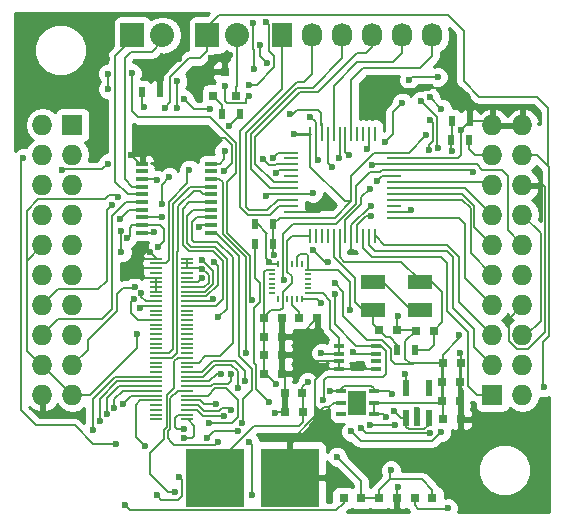
<source format=gbr>
G04 #@! TF.FileFunction,Copper,L1,Top,Signal*
%FSLAX46Y46*%
G04 Gerber Fmt 4.6, Leading zero omitted, Abs format (unit mm)*
G04 Created by KiCad (PCBNEW 4.0.0-rc2-stable) date 7/27/2016 7:09:46 AM*
%MOMM*%
G01*
G04 APERTURE LIST*
%ADD10C,0.100000*%
%ADD11R,0.800000X0.750000*%
%ADD12R,0.797560X0.797560*%
%ADD13R,2.032000X2.032000*%
%ADD14O,2.032000X2.032000*%
%ADD15R,1.727200X1.727200*%
%ADD16O,1.727200X1.727200*%
%ADD17R,1.727200X2.032000*%
%ADD18O,1.727200X2.032000*%
%ADD19R,5.000000X5.000000*%
%ADD20R,0.800100X0.800100*%
%ADD21R,0.500000X0.900000*%
%ADD22R,1.137920X0.198120*%
%ADD23R,0.812800X0.406400*%
%ADD24R,1.498600X2.006600*%
%ADD25R,0.558800X1.320800*%
%ADD26R,0.600000X0.230000*%
%ADD27R,0.230000X0.600000*%
%ADD28R,0.990600X0.304800*%
%ADD29R,0.812800X0.355600*%
%ADD30R,0.250000X1.300000*%
%ADD31R,1.300000X0.250000*%
%ADD32R,2.000000X1.300000*%
%ADD33C,0.600000*%
%ADD34C,0.160000*%
%ADD35C,0.250000*%
%ADD36C,0.254000*%
G04 APERTURE END LIST*
D10*
D11*
X156355600Y-115084540D03*
X157855600Y-115084540D03*
X142982500Y-114502880D03*
X144482500Y-114502880D03*
X142969800Y-112884900D03*
X144469800Y-112884900D03*
X144216940Y-106557760D03*
X145716940Y-106557760D03*
X141214660Y-106557760D03*
X142714660Y-106557760D03*
X142699420Y-108104620D03*
X141199420Y-108104620D03*
X141222280Y-111228820D03*
X142722280Y-111228820D03*
X141222280Y-109628620D03*
X142722280Y-109628620D03*
X156355600Y-110375380D03*
X157855600Y-110375380D03*
X156325120Y-113514820D03*
X157825120Y-113514820D03*
X156325120Y-111929860D03*
X157825120Y-111929860D03*
X152483500Y-107586460D03*
X150983500Y-107586460D03*
X154079760Y-107599160D03*
X155579760Y-107599160D03*
D12*
X150976580Y-121759660D03*
X152475180Y-121759660D03*
X149457660Y-121759660D03*
X147959060Y-121759660D03*
X155477460Y-121759660D03*
X153978860Y-121759660D03*
D13*
X130080000Y-82570000D03*
D14*
X132620000Y-82570000D03*
D15*
X125000000Y-90190000D03*
D16*
X122460000Y-90190000D03*
X125000000Y-92730000D03*
X122460000Y-92730000D03*
X125000000Y-95270000D03*
X122460000Y-95270000D03*
X125000000Y-97810000D03*
X122460000Y-97810000D03*
X125000000Y-100350000D03*
X122460000Y-100350000D03*
X125000000Y-102890000D03*
X122460000Y-102890000D03*
X125000000Y-105430000D03*
X122460000Y-105430000D03*
X125000000Y-107970000D03*
X122460000Y-107970000D03*
X125000000Y-110510000D03*
X122460000Y-110510000D03*
X125000000Y-113050000D03*
X122460000Y-113050000D03*
D13*
X136430000Y-82570000D03*
D14*
X138970000Y-82570000D03*
D17*
X142780000Y-82570000D03*
D18*
X145320000Y-82570000D03*
X147860000Y-82570000D03*
X150400000Y-82570000D03*
X152940000Y-82570000D03*
X155480000Y-82570000D03*
D19*
X137065000Y-120035000D03*
X143415000Y-120035000D03*
D15*
X160560000Y-113050000D03*
D16*
X163100000Y-113050000D03*
X160560000Y-110510000D03*
X163100000Y-110510000D03*
X160560000Y-107970000D03*
X163100000Y-107970000D03*
X160560000Y-105430000D03*
X163100000Y-105430000D03*
X160560000Y-102890000D03*
X163100000Y-102890000D03*
X160560000Y-100350000D03*
X163100000Y-100350000D03*
X160560000Y-97810000D03*
X163100000Y-97810000D03*
X160560000Y-95270000D03*
X163100000Y-95270000D03*
X160560000Y-92730000D03*
X163100000Y-92730000D03*
X160560000Y-90190000D03*
X163100000Y-90190000D03*
D20*
X136940500Y-87698260D03*
X138840500Y-87698260D03*
X137890500Y-85699280D03*
D21*
X132371780Y-87375680D03*
X130871780Y-87375680D03*
X137701840Y-89222260D03*
X139201840Y-89222260D03*
X140495840Y-100245860D03*
X141995840Y-100245860D03*
X140480600Y-98579620D03*
X141980600Y-98579620D03*
X152502420Y-109245080D03*
X154002420Y-109245080D03*
X158587120Y-91462540D03*
X157087120Y-91462540D03*
X157132840Y-89816620D03*
X158632840Y-89816620D03*
D22*
X132058660Y-115102320D03*
X134697720Y-115102320D03*
X132058660Y-114701000D03*
X134697720Y-114701000D03*
X132058660Y-114302220D03*
X134697720Y-114302220D03*
X132058660Y-113900900D03*
X134697720Y-113900900D03*
X132058660Y-113502120D03*
X134697720Y-113502120D03*
X132058660Y-113100800D03*
X134697720Y-113100800D03*
X132058660Y-112702020D03*
X134697720Y-112702020D03*
X132058660Y-112300700D03*
X134697720Y-112300700D03*
X132058660Y-111901920D03*
X134697720Y-111901920D03*
X132058660Y-111500600D03*
X134697720Y-111500600D03*
X132058660Y-111101820D03*
X134697720Y-111101820D03*
X132058660Y-110700500D03*
X134697720Y-110700500D03*
X132058660Y-110301720D03*
X134697720Y-110301720D03*
X132058660Y-109900400D03*
X134697720Y-109900400D03*
X132058660Y-109501620D03*
X134697720Y-109501620D03*
X132058660Y-109100300D03*
X134697720Y-109100300D03*
X132058660Y-108701520D03*
X134697720Y-108701520D03*
X132058660Y-108300200D03*
X134697720Y-108300200D03*
X132058660Y-107901420D03*
X134697720Y-107901420D03*
X132058660Y-107500100D03*
X134697720Y-107500100D03*
X132058660Y-107101320D03*
X134697720Y-107101320D03*
X132058660Y-106700000D03*
X134697720Y-106700000D03*
X132058660Y-106301220D03*
X134697720Y-106301220D03*
X132058660Y-105902440D03*
X134697720Y-105902440D03*
X132058660Y-105501120D03*
X134697720Y-105501120D03*
X132058660Y-105102340D03*
X134697720Y-105102340D03*
X132058660Y-104701020D03*
X134697720Y-104701020D03*
X132058660Y-104302240D03*
X134697720Y-104302240D03*
X132058660Y-103900920D03*
X134697720Y-103900920D03*
X132058660Y-103502140D03*
X134697720Y-103502140D03*
X132058660Y-103100820D03*
X134697720Y-103100820D03*
X132058660Y-102702040D03*
X134697720Y-102702040D03*
X132058660Y-102300720D03*
X134697720Y-102300720D03*
X132058660Y-101901940D03*
X134697720Y-101901940D03*
X132058660Y-101500620D03*
X134697720Y-101500620D03*
D23*
X147733000Y-112745200D03*
X147733000Y-113685000D03*
X147733000Y-114624800D03*
X150527000Y-114624800D03*
X150527000Y-113685000D03*
X150527000Y-112745200D03*
D24*
X149104600Y-113710400D03*
D25*
X153270200Y-114955000D03*
X154210000Y-114955000D03*
X155149800Y-114955000D03*
X155149800Y-112415000D03*
X153270200Y-112415000D03*
D26*
X141904840Y-102425940D03*
X141904840Y-102825940D03*
X141904840Y-103225940D03*
X141904840Y-103625940D03*
X141904840Y-104025940D03*
X141904840Y-104425940D03*
D27*
X142404840Y-104925940D03*
X142804840Y-104925940D03*
X143204840Y-104925940D03*
X143604840Y-104925940D03*
X144004840Y-104925940D03*
X144404840Y-104925940D03*
D26*
X144904840Y-104425940D03*
X144904840Y-104025940D03*
X144904840Y-103625940D03*
X144904840Y-103225940D03*
X144904840Y-102825940D03*
X144904840Y-102425940D03*
D27*
X144404840Y-101925940D03*
X144004840Y-101925940D03*
X143604840Y-101925940D03*
X143204840Y-101925940D03*
X142804840Y-101925940D03*
X142404840Y-101925940D03*
D28*
X136739220Y-99310060D03*
X136739220Y-98660060D03*
X136739220Y-98010060D03*
X136739220Y-97360060D03*
X136739220Y-96710060D03*
X136739220Y-96060060D03*
X136739220Y-95410060D03*
X136739220Y-94760060D03*
X130903620Y-94760060D03*
X130903620Y-95410060D03*
X130903620Y-96060060D03*
X130903620Y-96710060D03*
X130903620Y-97360060D03*
X130903620Y-98010060D03*
X130903620Y-98660060D03*
X130903620Y-99310060D03*
X136739220Y-94110060D03*
X136739220Y-93460060D03*
X130903620Y-94110060D03*
X130903620Y-93460060D03*
D29*
X147580600Y-108884400D03*
X147580600Y-109544800D03*
X147580600Y-110205200D03*
X147580600Y-110865600D03*
X150679400Y-110865600D03*
X150679400Y-110205200D03*
X150679400Y-109544800D03*
X150679400Y-108884400D03*
D30*
X145110000Y-99620000D03*
X145610000Y-99620000D03*
X146110000Y-99620000D03*
X146610000Y-99620000D03*
X147110000Y-99620000D03*
X147610000Y-99620000D03*
X148110000Y-99620000D03*
X148610000Y-99620000D03*
X149110000Y-99620000D03*
X149610000Y-99620000D03*
X150110000Y-99620000D03*
X150610000Y-99620000D03*
D31*
X152210000Y-98020000D03*
X152210000Y-97520000D03*
X152210000Y-97020000D03*
X152210000Y-96520000D03*
X152210000Y-96020000D03*
X152210000Y-95520000D03*
X152210000Y-95020000D03*
X152210000Y-94520000D03*
X152210000Y-94020000D03*
X152210000Y-93520000D03*
X152210000Y-93020000D03*
X152210000Y-92520000D03*
D30*
X150610000Y-90920000D03*
X150110000Y-90920000D03*
X149610000Y-90920000D03*
X149110000Y-90920000D03*
X148610000Y-90920000D03*
X148110000Y-90920000D03*
X147610000Y-90920000D03*
X147110000Y-90920000D03*
X146610000Y-90920000D03*
X146110000Y-90920000D03*
X145610000Y-90920000D03*
X145110000Y-90920000D03*
D31*
X143510000Y-92520000D03*
X143510000Y-93020000D03*
X143510000Y-93520000D03*
X143510000Y-94020000D03*
X143510000Y-94520000D03*
X143510000Y-95020000D03*
X143510000Y-95520000D03*
X143510000Y-96020000D03*
X143510000Y-96520000D03*
X143510000Y-97020000D03*
X143510000Y-97520000D03*
X143510000Y-98020000D03*
D32*
X154432000Y-103468000D03*
X150432000Y-103468000D03*
X150432000Y-105868000D03*
X154432000Y-105868000D03*
D33*
X137850000Y-94110000D03*
X157840000Y-109480000D03*
X140860000Y-83390000D03*
X141450000Y-84910000D03*
X145110000Y-89470000D03*
X138335000Y-84221000D03*
X151670000Y-87142000D03*
X155124400Y-87040400D03*
X131553200Y-100959600D03*
X149536400Y-110510000D03*
X157867600Y-90647200D03*
X150247600Y-97048000D03*
X148672800Y-100959600D03*
X148520400Y-105887200D03*
X157258000Y-118892000D03*
X154187140Y-114276820D03*
X142117060Y-114574000D03*
X145822920Y-93174500D03*
X146155660Y-97230880D03*
X126229360Y-87545860D03*
X127905760Y-84619780D03*
X134039860Y-84589300D03*
X136691620Y-84487700D03*
X133856980Y-91551440D03*
X129993640Y-92727460D03*
X152556460Y-120812240D03*
X141639540Y-113667220D03*
X146211540Y-113438620D03*
X158919160Y-94175260D03*
X142909540Y-103273540D03*
X147207220Y-104530840D03*
X147220000Y-103580000D03*
X146610000Y-101800000D03*
X145380000Y-100800000D03*
X151550000Y-114920000D03*
X130464200Y-107917500D03*
X129630000Y-99770000D03*
X128880000Y-96280000D03*
X153498800Y-86380000D03*
X155937200Y-86126000D03*
X154921200Y-91053600D03*
X156242000Y-88818400D03*
X155276800Y-87853200D03*
X137903200Y-86888000D03*
X139935200Y-87700800D03*
X152584400Y-106344400D03*
X150247600Y-97911600D03*
X142068800Y-101213600D03*
X132213600Y-100553200D03*
X135972800Y-102382000D03*
X147402800Y-118282400D03*
X157766000Y-107970000D03*
X143796000Y-90952000D03*
X151972260Y-119394920D03*
X141611600Y-101823200D03*
X148715980Y-109392400D03*
X150364440Y-93560580D03*
X164900000Y-112390000D03*
X152205940Y-114368260D03*
X152023060Y-112950940D03*
X146828760Y-112674080D03*
X144908520Y-111942560D03*
X132828280Y-88734580D03*
X135740000Y-98850000D03*
X128710000Y-117190000D03*
X120830000Y-92990000D03*
X132160000Y-121540000D03*
X134030000Y-119950000D03*
X135972800Y-103166860D03*
X137872720Y-92399800D03*
X142240000Y-112100000D03*
X153194000Y-111272000D03*
X146082000Y-109494000D03*
X154514800Y-88132600D03*
X150156160Y-95607820D03*
X155937200Y-92120400D03*
X140290000Y-81520000D03*
X140360000Y-85420000D03*
X129470000Y-122380000D03*
X142220000Y-94270000D03*
X141390000Y-81500000D03*
X139940000Y-86760000D03*
X156790000Y-122630000D03*
X141120000Y-93080000D03*
X155180280Y-92326140D03*
X155276800Y-89732800D03*
X131944360Y-99275580D03*
X148395940Y-92740160D03*
X132589520Y-98015740D03*
X147606000Y-92978920D03*
X136897360Y-104888980D03*
X136943080Y-101769860D03*
X139908530Y-116998430D03*
X140224760Y-121525980D03*
X136003280Y-101617460D03*
X124140000Y-93990000D03*
X128000000Y-93450000D03*
X134908540Y-93984760D03*
X128312160Y-96992120D03*
X129013200Y-98165600D03*
X145365720Y-95950720D03*
X141410940Y-96179320D03*
X140240000Y-104985500D03*
X130725160Y-105666220D03*
X128012440Y-87157240D03*
X128035300Y-85838980D03*
X130001260Y-85823740D03*
X132561580Y-96895600D03*
X133201660Y-94632460D03*
X130839460Y-104447020D03*
X136638280Y-88871740D03*
X134443720Y-87987820D03*
X131078220Y-88648220D03*
X138291820Y-90248420D03*
X146988780Y-93756160D03*
X157105600Y-92374400D03*
X153676600Y-97426460D03*
X152929840Y-88300240D03*
X150758140Y-94952500D03*
X151443940Y-91653040D03*
X134410000Y-115910000D03*
X138440000Y-114320000D03*
X134410000Y-116690000D03*
X137820000Y-114820000D03*
X137293600Y-117045420D03*
X136389360Y-116674580D03*
X139000480Y-116115780D03*
X133670000Y-121240000D03*
X137160000Y-113840000D03*
X152330000Y-115570000D03*
X150189180Y-115587460D03*
X149424640Y-115816060D03*
X155241240Y-116273260D03*
X156236920Y-116158960D03*
X148611840Y-116136100D03*
X136523980Y-115404580D03*
X130181600Y-104894060D03*
X137334240Y-106484100D03*
X139330680Y-115394420D03*
X131136640Y-117406100D03*
X149960580Y-92224540D03*
X146041360Y-105267440D03*
X129277360Y-113773900D03*
X128545840Y-114109180D03*
X127943860Y-114673060D03*
X138395960Y-111249140D03*
X127334260Y-115282660D03*
X139655800Y-109460980D03*
X137598400Y-111228820D03*
X126717040Y-116029420D03*
X139000480Y-112432780D03*
X139579600Y-111843500D03*
X143435320Y-89245120D03*
X141957040Y-93001780D03*
X133844280Y-88770140D03*
X133884920Y-86494300D03*
X130267960Y-103906000D03*
X132165340Y-94822960D03*
X129089400Y-99153660D03*
X129150360Y-100962140D03*
D34*
X132058660Y-103100820D02*
X132058660Y-103502140D01*
X132058660Y-103100820D02*
X132058660Y-103900920D01*
X134118420Y-91290000D02*
X133856980Y-91551440D01*
X137950000Y-91290000D02*
X134118420Y-91290000D01*
X138528078Y-91868078D02*
X137950000Y-91290000D01*
X138528078Y-93431922D02*
X138528078Y-91868078D01*
X137850000Y-94110000D02*
X138528078Y-93431922D01*
X157855600Y-109495600D02*
X157855600Y-110375380D01*
X157840000Y-109480000D02*
X157855600Y-109495600D01*
X140860000Y-84320000D02*
X140860000Y-83390000D01*
X141450000Y-84910000D02*
X140860000Y-84320000D01*
X145610000Y-90920000D02*
X145610000Y-89970000D01*
X145610000Y-89970000D02*
X145110000Y-89470000D01*
X163100000Y-95270000D02*
X164800000Y-95270000D01*
X161940000Y-106590000D02*
X163100000Y-105430000D01*
X161940000Y-108490000D02*
X161940000Y-106590000D01*
X162610000Y-109160000D02*
X161940000Y-108490000D01*
X163560000Y-109160000D02*
X162610000Y-109160000D01*
X164970000Y-107750000D02*
X163560000Y-109160000D01*
X164970000Y-95440000D02*
X164970000Y-107750000D01*
X164800000Y-95270000D02*
X164970000Y-95440000D01*
X137636500Y-84543580D02*
X138012420Y-84543580D01*
X138012420Y-84543580D02*
X138335000Y-84221000D01*
X155124400Y-87040400D02*
X157918400Y-87040400D01*
X158632840Y-87754840D02*
X158632840Y-89816620D01*
X157918400Y-87040400D02*
X158632840Y-87754840D01*
X156089600Y-92984000D02*
X157613600Y-92984000D01*
X156053600Y-93020000D02*
X156089600Y-92984000D01*
X152210000Y-93020000D02*
X156053600Y-93020000D01*
X157867600Y-92730000D02*
X157867600Y-90647200D01*
X157613600Y-92984000D02*
X157867600Y-92730000D01*
X155022800Y-87142000D02*
X151670000Y-87142000D01*
X155124400Y-87040400D02*
X155022800Y-87142000D01*
X131553200Y-100959600D02*
X132058660Y-101465060D01*
X132058660Y-101465060D02*
X132058660Y-101500620D01*
X149231600Y-110814800D02*
X149231600Y-110865600D01*
X149536400Y-110510000D02*
X149231600Y-110814800D01*
X148610000Y-99620000D02*
X148610000Y-98685600D01*
X157867600Y-90647200D02*
X158632840Y-89881960D01*
X148610000Y-98685600D02*
X150247600Y-97048000D01*
X158632840Y-89881960D02*
X158632840Y-89816620D01*
X148610000Y-100896800D02*
X148610000Y-99620000D01*
X148672800Y-100959600D02*
X148610000Y-100896800D01*
X144904840Y-102425940D02*
X147446740Y-102425940D01*
X148520400Y-103499600D02*
X148520400Y-105887200D01*
X147446740Y-102425940D02*
X148520400Y-103499600D01*
X157855600Y-115084540D02*
X157855600Y-118294400D01*
X157855600Y-118294400D02*
X157258000Y-118892000D01*
X145574000Y-114828000D02*
X145574000Y-111780000D01*
X146488400Y-110865600D02*
X147580600Y-110865600D01*
X145574000Y-111780000D02*
X146488400Y-110865600D01*
X158632840Y-89816620D02*
X160186620Y-89816620D01*
X160186620Y-89816620D02*
X160560000Y-90190000D01*
X157825120Y-111929860D02*
X157825120Y-110405860D01*
X157825120Y-110405860D02*
X157855600Y-110375380D01*
X157825120Y-113514820D02*
X157825120Y-111929860D01*
X154210000Y-114955000D02*
X154210000Y-114299680D01*
X154210000Y-114299680D02*
X154187140Y-114276820D01*
X143415000Y-120035000D02*
X143415000Y-116987000D01*
X147143720Y-113685000D02*
X147733000Y-113685000D01*
X146757640Y-114071080D02*
X147143720Y-113685000D01*
X146330920Y-114071080D02*
X146757640Y-114071080D01*
X143415000Y-116987000D02*
X145574000Y-114828000D01*
X145574000Y-114828000D02*
X146330920Y-114071080D01*
X142188180Y-114502880D02*
X142982500Y-114502880D01*
X142117060Y-114574000D02*
X142188180Y-114502880D01*
X157855600Y-110375380D02*
X157855600Y-115084540D01*
X142699420Y-108104620D02*
X142699420Y-109605760D01*
X142699420Y-109605760D02*
X142722280Y-109628620D01*
X142969800Y-112884900D02*
X142969800Y-114490180D01*
X142969800Y-114490180D02*
X142982500Y-114502880D01*
X142722280Y-109628620D02*
X142722280Y-111228820D01*
X142722280Y-111228820D02*
X142969800Y-111476340D01*
X142969800Y-111476340D02*
X142969800Y-112884900D01*
X145610000Y-92961580D02*
X145610000Y-90920000D01*
X145822920Y-93174500D02*
X145610000Y-92961580D01*
X143510000Y-97520000D02*
X145866540Y-97520000D01*
X145866540Y-97520000D02*
X146155660Y-97230880D01*
X126229360Y-87545860D02*
X126168400Y-87484900D01*
X126168400Y-87484900D02*
X126168400Y-86357140D01*
X126168400Y-86357140D02*
X127905760Y-84619780D01*
X132371780Y-87375680D02*
X132371780Y-86257380D01*
X132371780Y-86257380D02*
X134039860Y-84589300D01*
X137890500Y-84795040D02*
X137890500Y-85699280D01*
X136691620Y-84487700D02*
X136747500Y-84543580D01*
X136747500Y-84543580D02*
X137636500Y-84543580D01*
X137636500Y-84543580D02*
X137639040Y-84543580D01*
X137639040Y-84543580D02*
X137890500Y-84795040D01*
X130903620Y-93460060D02*
X130726240Y-93460060D01*
X130726240Y-93460060D02*
X129993640Y-92727460D01*
X132119620Y-91551440D02*
X133856980Y-91551440D01*
X129993640Y-92727460D02*
X130052060Y-92785880D01*
X130052060Y-92785880D02*
X130885180Y-92785880D01*
X130885180Y-92785880D02*
X132119620Y-91551440D01*
X152475180Y-121759660D02*
X152475180Y-120893520D01*
X152475180Y-120893520D02*
X152556460Y-120812240D01*
X147580600Y-110865600D02*
X149231600Y-110865600D01*
X149231600Y-110865600D02*
X150679400Y-110865600D01*
X144004840Y-101925940D02*
X144004840Y-101367980D01*
X144904840Y-101184520D02*
X144904840Y-102425940D01*
X144814540Y-101094220D02*
X144904840Y-101184520D01*
X144278600Y-101094220D02*
X144814540Y-101094220D01*
X144004840Y-101367980D02*
X144278600Y-101094220D01*
X147580600Y-110865600D02*
X147580600Y-110205200D01*
X147580600Y-110205200D02*
X145314920Y-110205200D01*
X144170080Y-109060360D02*
X144170080Y-108104620D01*
X145314920Y-110205200D02*
X144170080Y-109060360D01*
X142699420Y-108104620D02*
X144170080Y-108104620D01*
X144170080Y-108104620D02*
X145716940Y-106557760D01*
X142714660Y-106557760D02*
X142714660Y-108089380D01*
X142714660Y-108089380D02*
X142699420Y-108104620D01*
X132058660Y-101500620D02*
X130214620Y-101500620D01*
X131398260Y-103118600D02*
X131398260Y-103100820D01*
X130039360Y-103118600D02*
X131398260Y-103118600D01*
X129767580Y-102846820D02*
X130039360Y-103118600D01*
X129767580Y-101947660D02*
X129767580Y-102846820D01*
X130214620Y-101500620D02*
X129767580Y-101947660D01*
X130961380Y-102976360D02*
X130961380Y-102900160D01*
X132058660Y-103100820D02*
X131398260Y-103100820D01*
X131398260Y-103100820D02*
X131162040Y-103100820D01*
X131035040Y-102300720D02*
X132058660Y-102300720D01*
X130946140Y-102389620D02*
X131035040Y-102300720D01*
X130946140Y-102884920D02*
X130946140Y-102389620D01*
X131162040Y-103100820D02*
X130961380Y-102900160D01*
X130961380Y-102900160D02*
X130946140Y-102884920D01*
X132058660Y-103100820D02*
X132058660Y-104302240D01*
X160560000Y-90190000D02*
X163100000Y-90190000D01*
X158587120Y-91462540D02*
X158587120Y-92227780D01*
X159089340Y-92730000D02*
X160560000Y-92730000D01*
X158587120Y-92227780D02*
X159089340Y-92730000D01*
X151120000Y-108884400D02*
X151120000Y-108900000D01*
X151550000Y-111290000D02*
X151291140Y-111548860D01*
X151550000Y-109330000D02*
X151550000Y-111290000D01*
X151120000Y-108900000D02*
X151550000Y-109330000D01*
X140506502Y-111815560D02*
X140506502Y-112534182D01*
X146526500Y-111548860D02*
X151291140Y-111548860D01*
X140506502Y-112534182D02*
X141639540Y-113667220D01*
X146211540Y-113438620D02*
X146257260Y-113392900D01*
X146257260Y-113392900D02*
X146257260Y-111818100D01*
X146257260Y-111818100D02*
X146526500Y-111548860D01*
X140370810Y-105690350D02*
X140370810Y-110330930D01*
X140506502Y-110466622D02*
X140506502Y-111815560D01*
X140506502Y-111815560D02*
X140506502Y-111858542D01*
X140370810Y-110330930D02*
X140506502Y-110466622D01*
X140495840Y-100245860D02*
X140495840Y-103176320D01*
X151156920Y-108884400D02*
X151120000Y-108884400D01*
X151120000Y-108884400D02*
X150679400Y-108884400D01*
X140867380Y-105193780D02*
X140370810Y-105690350D01*
X140370810Y-105690350D02*
X140356840Y-105704320D01*
X140867380Y-103547860D02*
X140867380Y-105193780D01*
X140495840Y-103176320D02*
X140867380Y-103547860D01*
X152210000Y-94020000D02*
X158763900Y-94020000D01*
X158763900Y-94020000D02*
X158919160Y-94175260D01*
X150679400Y-108884400D02*
X149046180Y-108884400D01*
X142804840Y-103168840D02*
X142804840Y-101925940D01*
X142909540Y-103273540D02*
X142804840Y-103168840D01*
X147207220Y-107045440D02*
X147207220Y-104530840D01*
X149046180Y-108884400D02*
X147207220Y-107045440D01*
X142804840Y-101925940D02*
X142804840Y-99400600D01*
X151180100Y-94020000D02*
X152210000Y-94020000D01*
X151047700Y-94152400D02*
X151180100Y-94020000D01*
X150171400Y-94152400D02*
X151047700Y-94152400D01*
X148982680Y-95341120D02*
X150171400Y-94152400D01*
X148982680Y-96865120D02*
X148982680Y-95341120D01*
X147298660Y-98549140D02*
X148982680Y-96865120D01*
X143656300Y-98549140D02*
X147298660Y-98549140D01*
X142804840Y-99400600D02*
X143656300Y-98549140D01*
X149765000Y-108195000D02*
X149930000Y-108360000D01*
X153840000Y-110400000D02*
X153840000Y-110375380D01*
X152280000Y-110400000D02*
X153840000Y-110400000D01*
X151940000Y-110060000D02*
X152280000Y-110400000D01*
X151940000Y-109120000D02*
X151940000Y-110060000D01*
X151180000Y-108360000D02*
X151940000Y-109120000D01*
X149930000Y-108360000D02*
X151180000Y-108360000D01*
X147940000Y-106370000D02*
X149765000Y-108195000D01*
X149765000Y-108195000D02*
X149800000Y-108230000D01*
X147940000Y-104300000D02*
X147940000Y-106370000D01*
X147220000Y-103580000D02*
X147940000Y-104300000D01*
X146380000Y-101800000D02*
X146610000Y-101800000D01*
X145380000Y-100800000D02*
X146380000Y-101800000D01*
X150527000Y-114624800D02*
X151254800Y-114624800D01*
X151254800Y-114624800D02*
X151550000Y-114920000D01*
X125000000Y-113050000D02*
X126500000Y-113050000D01*
X130456700Y-109093300D02*
X126500000Y-113050000D01*
X130456700Y-107910000D02*
X130456700Y-109093300D01*
X130456700Y-107910000D02*
X130464200Y-107917500D01*
X134697720Y-101901940D02*
X134697720Y-102300720D01*
X128700000Y-96133600D02*
X128733600Y-96133600D01*
X130069940Y-98660060D02*
X130903620Y-98660060D01*
X129840000Y-98890000D02*
X130069940Y-98660060D01*
X129840000Y-99560000D02*
X129840000Y-98890000D01*
X129630000Y-99770000D02*
X129840000Y-99560000D01*
X128733600Y-96133600D02*
X128880000Y-96280000D01*
X121108720Y-101701280D02*
X121108720Y-97434080D01*
X128098800Y-96133600D02*
X128700000Y-96133600D01*
X128700000Y-96133600D02*
X128708400Y-96133600D01*
X127743200Y-96489200D02*
X128098800Y-96133600D01*
X122053600Y-96489200D02*
X127743200Y-96489200D01*
X121108720Y-97434080D02*
X122053600Y-96489200D01*
X153498800Y-86380000D02*
X153752800Y-86126000D01*
X153752800Y-86126000D02*
X155937200Y-86126000D01*
X153454800Y-92520000D02*
X152210000Y-92520000D01*
X154921200Y-91053600D02*
X153454800Y-92520000D01*
X155276800Y-87853200D02*
X156242000Y-88818400D01*
X137903200Y-88158000D02*
X137903200Y-86888000D01*
X138106400Y-88361200D02*
X137903200Y-88158000D01*
X139681200Y-88361200D02*
X138106400Y-88361200D01*
X139732000Y-88310400D02*
X139681200Y-88361200D01*
X139732000Y-87904000D02*
X139732000Y-88310400D01*
X139935200Y-87700800D02*
X139732000Y-87904000D01*
X149110000Y-99620000D02*
X149110000Y-98642800D01*
X152483500Y-106445300D02*
X152483500Y-107586460D01*
X152584400Y-106344400D02*
X152483500Y-106445300D01*
X149841200Y-97911600D02*
X150247600Y-97911600D01*
X149110000Y-98642800D02*
X149841200Y-97911600D01*
X141995840Y-101140640D02*
X141995840Y-100245860D01*
X142068800Y-101213600D02*
X141995840Y-101140640D01*
X135871200Y-102300720D02*
X135891520Y-102300720D01*
X132403260Y-98660060D02*
X130903620Y-98660060D01*
X132213600Y-100553200D02*
X132772400Y-99994400D01*
X132772400Y-99994400D02*
X132772400Y-99029200D01*
X132772400Y-99029200D02*
X132403260Y-98660060D01*
X135891520Y-102300720D02*
X135972800Y-102382000D01*
X149457660Y-120337260D02*
X149457660Y-121759660D01*
X147402800Y-118282400D02*
X149457660Y-120337260D01*
X156355600Y-110375380D02*
X156355600Y-109634400D01*
X157766000Y-108224000D02*
X157766000Y-107970000D01*
X156355600Y-109634400D02*
X157766000Y-108224000D01*
X156355600Y-110375380D02*
X153840000Y-110375380D01*
X153840000Y-110375380D02*
X153567380Y-110375380D01*
X153567380Y-110375380D02*
X153194000Y-110002000D01*
X153194000Y-110002000D02*
X153194000Y-108484920D01*
X153194000Y-108484920D02*
X154079760Y-107599160D01*
D35*
X145110000Y-90920000D02*
X143828000Y-90920000D01*
X143828000Y-90920000D02*
X143796000Y-90952000D01*
D34*
X156325120Y-111929860D02*
X156325120Y-110405860D01*
X156325120Y-110405860D02*
X156355600Y-110375380D01*
X156325120Y-113514820D02*
X156325120Y-111929860D01*
X150527000Y-114624800D02*
X150527000Y-113685000D01*
X150527000Y-113685000D02*
X156154940Y-113685000D01*
X156154940Y-113685000D02*
X156325120Y-113514820D01*
X156355600Y-110375380D02*
X156355600Y-115084540D01*
X145110000Y-91721620D02*
X145110000Y-93706180D01*
X148040340Y-96636520D02*
X148624540Y-96636520D01*
X145110000Y-93706180D02*
X148040340Y-96636520D01*
X141995840Y-100245860D02*
X141995840Y-98594860D01*
X141995840Y-98594860D02*
X142570700Y-98020000D01*
X142570700Y-98020000D02*
X143510000Y-98020000D01*
X134697720Y-103900920D02*
X136168380Y-103900920D01*
X135924540Y-102300720D02*
X135871200Y-102300720D01*
X135871200Y-102300720D02*
X134697720Y-102300720D01*
X136541760Y-102917940D02*
X135924540Y-102300720D01*
X136541760Y-103527540D02*
X136541760Y-102917940D01*
X136168380Y-103900920D02*
X136541760Y-103527540D01*
X151880820Y-120189940D02*
X151880820Y-119486360D01*
X151880820Y-119486360D02*
X151972260Y-119394920D01*
X150976580Y-121759660D02*
X150976580Y-121061160D01*
X155477460Y-121091640D02*
X155477460Y-121759660D01*
X154575760Y-120189940D02*
X155477460Y-121091640D01*
X151847800Y-120189940D02*
X151880820Y-120189940D01*
X151880820Y-120189940D02*
X154575760Y-120189940D01*
X150976580Y-121061160D02*
X151847800Y-120189940D01*
X149457660Y-121759660D02*
X150976580Y-121759660D01*
X152483500Y-107586460D02*
X154067060Y-107586460D01*
X154067060Y-107586460D02*
X154079760Y-107599160D01*
X163100000Y-107970000D02*
X163427660Y-107970000D01*
X163427660Y-107970000D02*
X164634160Y-106763500D01*
X164634160Y-106763500D02*
X164634160Y-99344160D01*
X164634160Y-99344160D02*
X163100000Y-97810000D01*
X122460000Y-110510000D02*
X122310140Y-110510000D01*
X122310140Y-110510000D02*
X121108720Y-109308580D01*
X121108720Y-101701280D02*
X122460000Y-100350000D01*
X121108720Y-109308580D02*
X121108720Y-101701280D01*
X122460000Y-110510000D02*
X125000000Y-113050000D01*
X134697720Y-101500620D02*
X134697720Y-102300720D01*
X143510000Y-98020000D02*
X147241060Y-98020000D01*
X148624540Y-94464820D02*
X149485600Y-93603760D01*
X148624540Y-96636520D02*
X148624540Y-94464820D01*
X150569360Y-92520000D02*
X152210000Y-92520000D01*
X149485600Y-93603760D02*
X150569360Y-92520000D01*
X147241060Y-98020000D02*
X148624540Y-96636520D01*
X145110000Y-90920000D02*
X145110000Y-91721620D01*
X145110000Y-91721620D02*
X145110000Y-91773240D01*
X141611600Y-101823200D02*
X141611600Y-101670800D01*
X141611600Y-101670800D02*
X141408400Y-101467600D01*
X141611600Y-101823200D02*
X141714340Y-101925940D01*
X141714340Y-101925940D02*
X142404840Y-101925940D01*
X141408400Y-101467600D02*
X141408400Y-99318760D01*
X148868380Y-109544800D02*
X148715980Y-109392400D01*
X150679400Y-109544800D02*
X148868380Y-109544800D01*
X140480600Y-98579620D02*
X140669260Y-98579620D01*
X140669260Y-98579620D02*
X141408400Y-99318760D01*
X141408400Y-99318760D02*
X141433800Y-99344160D01*
X152210000Y-93520000D02*
X159224020Y-93520000D01*
X161860480Y-99110480D02*
X163100000Y-100350000D01*
X161860480Y-94480060D02*
X161860480Y-99110480D01*
X161388040Y-94007620D02*
X161860480Y-94480060D01*
X159711640Y-94007620D02*
X161388040Y-94007620D01*
X159224020Y-93520000D02*
X159711640Y-94007620D01*
X150405020Y-93520000D02*
X152210000Y-93520000D01*
X150364440Y-93560580D02*
X150405020Y-93520000D01*
X136430000Y-82570000D02*
X136430000Y-81870000D01*
X136430000Y-81870000D02*
X137410000Y-80890000D01*
X165270000Y-88770000D02*
X165270000Y-93670000D01*
X164290000Y-87790000D02*
X165270000Y-88770000D01*
X159420000Y-87790000D02*
X164290000Y-87790000D01*
X158110000Y-86480000D02*
X159420000Y-87790000D01*
X158110000Y-82200000D02*
X158110000Y-86480000D01*
X156800000Y-80890000D02*
X158110000Y-82200000D01*
X137410000Y-80890000D02*
X156800000Y-80890000D01*
X164330000Y-92730000D02*
X163100000Y-92730000D01*
X165350000Y-93750000D02*
X165270000Y-93670000D01*
X165270000Y-93670000D02*
X164330000Y-92730000D01*
X165350000Y-108050000D02*
X165350000Y-93750000D01*
X164850000Y-108550000D02*
X165350000Y-108050000D01*
X164850000Y-112340000D02*
X164850000Y-108550000D01*
X164900000Y-112390000D02*
X164850000Y-112340000D01*
X153270200Y-114955000D02*
X153270200Y-115729738D01*
X154766222Y-115953258D02*
X155149800Y-115569680D01*
X153493720Y-115953258D02*
X154766222Y-115953258D01*
X153270200Y-115729738D02*
X153493720Y-115953258D01*
X155149800Y-115569680D02*
X155149800Y-114955000D01*
X150527000Y-112745200D02*
X151817320Y-112745200D01*
X152792680Y-114955000D02*
X153270200Y-114955000D01*
X152205940Y-114368260D02*
X152792680Y-114955000D01*
X151817320Y-112745200D02*
X152023060Y-112950940D01*
X147733000Y-112745200D02*
X147733000Y-112549620D01*
X147733000Y-112549620D02*
X148027640Y-112254980D01*
X150527000Y-112488660D02*
X150527000Y-112745200D01*
X150293320Y-112254980D02*
X150527000Y-112488660D01*
X148027640Y-112254980D02*
X150293320Y-112254980D01*
X137065000Y-120035000D02*
X137065000Y-118970740D01*
X137065000Y-118970740D02*
X140364460Y-115671280D01*
X140364460Y-115671280D02*
X144174460Y-115671280D01*
X144174460Y-115671280D02*
X144482500Y-115363240D01*
X144482500Y-115363240D02*
X144482500Y-114502880D01*
X144469800Y-112884900D02*
X144469800Y-112381280D01*
X146899880Y-112745200D02*
X147733000Y-112745200D01*
X146828760Y-112674080D02*
X146899880Y-112745200D01*
X144469800Y-112381280D02*
X144908520Y-111942560D01*
X144482500Y-114502880D02*
X144482500Y-112897600D01*
X144482500Y-112897600D02*
X144469800Y-112884900D01*
X132828280Y-88734580D02*
X133285480Y-88277380D01*
X133285480Y-88277380D02*
X133285480Y-86143780D01*
X133285480Y-86143780D02*
X134900920Y-84528340D01*
X134900920Y-84528340D02*
X135815320Y-84528340D01*
X135815320Y-84528340D02*
X136430000Y-83913660D01*
X136430000Y-83913660D02*
X136430000Y-82570000D01*
X135929940Y-98660060D02*
X136739220Y-98660060D01*
X135740000Y-98850000D02*
X135929940Y-98660060D01*
X126750000Y-117190000D02*
X128710000Y-117190000D01*
X125190000Y-115630000D02*
X126750000Y-117190000D01*
X121930000Y-115630000D02*
X125190000Y-115630000D01*
X120640000Y-114340000D02*
X121930000Y-115630000D01*
X120640000Y-93180000D02*
X120640000Y-114340000D01*
X120830000Y-92990000D02*
X120640000Y-93180000D01*
X132160000Y-121540000D02*
X132530000Y-121910000D01*
X132530000Y-121910000D02*
X133950000Y-121910000D01*
X133950000Y-121910000D02*
X134240000Y-121620000D01*
X134240000Y-121620000D02*
X134240000Y-120160000D01*
X134240000Y-120160000D02*
X134030000Y-119950000D01*
X134697720Y-103502140D02*
X135637520Y-103502140D01*
X135637520Y-103502140D02*
X135972800Y-103166860D01*
X136725680Y-98673600D02*
X136739220Y-98660060D01*
X137475400Y-93460060D02*
X136739220Y-93460060D01*
X137849860Y-93085600D02*
X137475400Y-93460060D01*
X137849860Y-92422660D02*
X137849860Y-93085600D01*
X137872720Y-92399800D02*
X137849860Y-92422660D01*
X143604840Y-104925940D02*
X143604840Y-105386160D01*
X144216940Y-105998260D02*
X144216940Y-106557760D01*
X143604840Y-105386160D02*
X144216940Y-105998260D01*
X141222280Y-111228820D02*
X141368820Y-111228820D01*
X141368820Y-111228820D02*
X142240000Y-112100000D01*
X147580600Y-109544800D02*
X146132800Y-109544800D01*
X153270200Y-111348200D02*
X153270200Y-112415000D01*
X153194000Y-111272000D02*
X153270200Y-111348200D01*
X146132800Y-109544800D02*
X146082000Y-109494000D01*
X141199420Y-108104620D02*
X141199420Y-109605760D01*
X141199420Y-109605760D02*
X141222280Y-109628620D01*
X141222280Y-111228820D02*
X141222280Y-109628620D01*
X142804840Y-104925940D02*
X142804840Y-104338360D01*
X143204840Y-102593480D02*
X143204840Y-101925940D01*
X143564860Y-102953500D02*
X143204840Y-102593480D01*
X143564860Y-103578340D02*
X143564860Y-102953500D01*
X142804840Y-104338360D02*
X143564860Y-103578340D01*
X143204840Y-101925940D02*
X143204840Y-99998820D01*
X143204840Y-99998820D02*
X143583660Y-99620000D01*
X143583660Y-99620000D02*
X145110000Y-99620000D01*
X147580600Y-108884400D02*
X147580600Y-109544800D01*
X144904840Y-104425940D02*
X146187920Y-104425940D01*
X147580600Y-108241780D02*
X147580600Y-108884400D01*
X146810980Y-107472160D02*
X147580600Y-108241780D01*
X146810980Y-105049000D02*
X146810980Y-107472160D01*
X146187920Y-104425940D02*
X146810980Y-105049000D01*
X141904840Y-102425940D02*
X141402560Y-102425940D01*
X141214660Y-102613840D02*
X141214660Y-106557760D01*
X141402560Y-102425940D02*
X141214660Y-102613840D01*
X141214660Y-106557760D02*
X141214660Y-106469560D01*
X141214660Y-106469560D02*
X141819880Y-105864340D01*
X142804840Y-105664240D02*
X142804840Y-104925940D01*
X142604740Y-105864340D02*
X142804840Y-105664240D01*
X141819880Y-105864340D02*
X142604740Y-105864340D01*
X141199420Y-108104620D02*
X141199420Y-106573000D01*
X141199420Y-106573000D02*
X141214660Y-106557760D01*
X154514800Y-88132600D02*
X155871160Y-89488960D01*
X150156160Y-95607820D02*
X149439880Y-96324100D01*
X149439880Y-96324100D02*
X149439880Y-96918460D01*
X149439880Y-96918460D02*
X148110000Y-98248340D01*
X148110000Y-99620000D02*
X148110000Y-98248340D01*
X155871160Y-92054360D02*
X155871160Y-89488960D01*
X155937200Y-92120400D02*
X155871160Y-92054360D01*
X151527760Y-108130720D02*
X151850720Y-108130720D01*
X150983500Y-107586460D02*
X151527760Y-108130720D01*
X152502420Y-108782420D02*
X152502420Y-109245080D01*
X151850720Y-108130720D02*
X152502420Y-108782420D01*
X150983500Y-107586460D02*
X150983500Y-107726160D01*
X150432000Y-105868000D02*
X150432000Y-107034960D01*
X150432000Y-107034960D02*
X150983500Y-107586460D01*
X150432000Y-105868000D02*
X149578160Y-105868000D01*
X149578160Y-105868000D02*
X148909020Y-105198860D01*
X148909020Y-105198860D02*
X148909020Y-103164320D01*
X148909020Y-103164320D02*
X147110000Y-101365300D01*
X147110000Y-101365300D02*
X147110000Y-99620000D01*
X154002420Y-109245080D02*
X155149800Y-109245080D01*
X155579760Y-108815120D02*
X155579760Y-107599160D01*
X155149800Y-109245080D02*
X155579760Y-108815120D01*
X154432000Y-103468000D02*
X155453480Y-103468000D01*
X156315660Y-106863260D02*
X155579760Y-107599160D01*
X156315660Y-104330180D02*
X156315660Y-106863260D01*
X155453480Y-103468000D02*
X156315660Y-104330180D01*
X154432000Y-103468000D02*
X154432000Y-103335520D01*
X154432000Y-103335520D02*
X152853640Y-101757160D01*
X152853640Y-101757160D02*
X147981920Y-101757160D01*
X147981920Y-101757160D02*
X147610000Y-101385240D01*
X147610000Y-101385240D02*
X147610000Y-99620000D01*
X140360000Y-83820000D02*
X140290000Y-83750000D01*
X140290000Y-83750000D02*
X140290000Y-81520000D01*
X140360000Y-85420000D02*
X140360000Y-83820000D01*
X147959060Y-122200940D02*
X147959060Y-121759660D01*
X147350000Y-122810000D02*
X147959060Y-122200940D01*
X129900000Y-122810000D02*
X147350000Y-122810000D01*
X129470000Y-122380000D02*
X129900000Y-122810000D01*
X143510000Y-94020000D02*
X142470000Y-94020000D01*
X142470000Y-94020000D02*
X142220000Y-94270000D01*
X140630000Y-86760000D02*
X142090000Y-85300000D01*
X142090000Y-85300000D02*
X142090000Y-84350000D01*
X142090000Y-84350000D02*
X141640000Y-83900000D01*
X141640000Y-83900000D02*
X141640000Y-81750000D01*
X141640000Y-81750000D02*
X141390000Y-81500000D01*
X139940000Y-86760000D02*
X140630000Y-86760000D01*
X153978860Y-122388860D02*
X153978860Y-121759660D01*
X154250000Y-122660000D02*
X153978860Y-122388860D01*
X156760000Y-122660000D02*
X154250000Y-122660000D01*
X156790000Y-122630000D02*
X156760000Y-122660000D01*
X143510000Y-93520000D02*
X142220000Y-93520000D01*
X141630000Y-93590000D02*
X141120000Y-93080000D01*
X142150000Y-93590000D02*
X141630000Y-93590000D01*
X142220000Y-93520000D02*
X142150000Y-93590000D01*
X148610000Y-90920000D02*
X148610000Y-86392000D01*
X155480000Y-84348000D02*
X155480000Y-82570000D01*
X154464000Y-85364000D02*
X155480000Y-84348000D01*
X149638000Y-85364000D02*
X154464000Y-85364000D01*
X148610000Y-86392000D02*
X149638000Y-85364000D01*
X147110000Y-90920000D02*
X147110000Y-86876000D01*
X152940000Y-84094000D02*
X152940000Y-82570000D01*
X152178000Y-84856000D02*
X152940000Y-84094000D01*
X149130000Y-84856000D02*
X152178000Y-84856000D01*
X147110000Y-86876000D02*
X149130000Y-84856000D01*
X149130000Y-84094000D02*
X149892000Y-84094000D01*
X142022000Y-95020000D02*
X140494000Y-93492000D01*
X140494000Y-93492000D02*
X140494000Y-91206000D01*
X140494000Y-91206000D02*
X144304000Y-87396000D01*
X144304000Y-87396000D02*
X145828000Y-87396000D01*
X145828000Y-87396000D02*
X149130000Y-84094000D01*
X143510000Y-95020000D02*
X142022000Y-95020000D01*
X150400000Y-83586000D02*
X150400000Y-82570000D01*
X149892000Y-84094000D02*
X150400000Y-83586000D01*
X143510000Y-95520000D02*
X141696500Y-95520000D01*
X147860000Y-84538500D02*
X147860000Y-82570000D01*
X145383500Y-87015000D02*
X147860000Y-84538500D01*
X144050000Y-87015000D02*
X145383500Y-87015000D01*
X140113000Y-90952000D02*
X144050000Y-87015000D01*
X140113000Y-93936500D02*
X140113000Y-90952000D01*
X141696500Y-95520000D02*
X140113000Y-93936500D01*
X143510000Y-96520000D02*
X142396140Y-96520000D01*
X139668500Y-94762000D02*
X139668500Y-90888500D01*
X139668500Y-90888500D02*
X141414750Y-89142250D01*
X139668500Y-97139638D02*
X139668500Y-94762000D01*
X139937875Y-97409013D02*
X139668500Y-97139638D01*
X141507127Y-97409013D02*
X139937875Y-97409013D01*
X142396140Y-96520000D02*
X141507127Y-97409013D01*
X141414750Y-89142250D02*
X143986500Y-86570500D01*
X145320000Y-85872000D02*
X145320000Y-82570000D01*
X144621500Y-86570500D02*
X145320000Y-85872000D01*
X143986500Y-86570500D02*
X144621500Y-86570500D01*
X141414750Y-89142250D02*
X141446500Y-89110500D01*
X143510000Y-97020000D02*
X142457480Y-97020000D01*
X139224000Y-95079500D02*
X139224000Y-90698000D01*
X139224000Y-90698000D02*
X142780000Y-87142000D01*
X142780000Y-87142000D02*
X142780000Y-82570000D01*
X139224000Y-97169920D02*
X139224000Y-95079500D01*
X139846300Y-97792220D02*
X139224000Y-97169920D01*
X141685260Y-97792220D02*
X139846300Y-97792220D01*
X142457480Y-97020000D02*
X141685260Y-97792220D01*
X149610000Y-99620000D02*
X149610000Y-100576000D01*
X159290000Y-113050000D02*
X160560000Y-113050000D01*
X158528000Y-112288000D02*
X159290000Y-113050000D01*
X158528000Y-107716000D02*
X158528000Y-112288000D01*
X156750000Y-105938000D02*
X158528000Y-107716000D01*
X156750000Y-101874000D02*
X156750000Y-105938000D01*
X156242000Y-101366000D02*
X156750000Y-101874000D01*
X150400000Y-101366000D02*
X156242000Y-101366000D01*
X149610000Y-100576000D02*
X150400000Y-101366000D01*
X150110000Y-99620000D02*
X150110000Y-100314000D01*
X159036000Y-108986000D02*
X160560000Y-110510000D01*
X159036000Y-107462000D02*
X159036000Y-108986000D01*
X157258000Y-105684000D02*
X159036000Y-107462000D01*
X157258000Y-101366000D02*
X157258000Y-105684000D01*
X156750000Y-100858000D02*
X157258000Y-101366000D01*
X150654000Y-100858000D02*
X156750000Y-100858000D01*
X150110000Y-100314000D02*
X150654000Y-100858000D01*
X150610000Y-99620000D02*
X150686000Y-99620000D01*
X150686000Y-99620000D02*
X151416000Y-100350000D01*
X151416000Y-100350000D02*
X156750000Y-100350000D01*
X156750000Y-100350000D02*
X157766000Y-101366000D01*
X157766000Y-101366000D02*
X157766000Y-105176000D01*
X157766000Y-105176000D02*
X160560000Y-107970000D01*
X152210000Y-98020000D02*
X157722000Y-98020000D01*
X158274000Y-103144000D02*
X160560000Y-105430000D01*
X158274000Y-98572000D02*
X158274000Y-103144000D01*
X157722000Y-98020000D02*
X158274000Y-98572000D01*
X152210000Y-96520000D02*
X158000000Y-96520000D01*
X158705998Y-101035998D02*
X160560000Y-102890000D01*
X158705998Y-97225998D02*
X158705998Y-101035998D01*
X158000000Y-96520000D02*
X158705998Y-97225998D01*
X152210000Y-96020000D02*
X158008000Y-96020000D01*
X159036000Y-98826000D02*
X160560000Y-100350000D01*
X159036000Y-97048000D02*
X159036000Y-98826000D01*
X158008000Y-96020000D02*
X159036000Y-97048000D01*
X152210000Y-95520000D02*
X158270000Y-95520000D01*
X158270000Y-95520000D02*
X160560000Y-97810000D01*
X152210000Y-95020000D02*
X160310000Y-95020000D01*
X160310000Y-95020000D02*
X160560000Y-95270000D01*
X155180280Y-92326140D02*
X155180280Y-91912120D01*
X155530800Y-89986800D02*
X155276800Y-89732800D01*
X155530800Y-91561600D02*
X155530800Y-89986800D01*
X155180280Y-91912120D02*
X155530800Y-91561600D01*
X130903620Y-99310060D02*
X131909880Y-99310060D01*
X131909880Y-99310060D02*
X131944360Y-99275580D01*
X148110000Y-90920000D02*
X148110000Y-92454220D01*
X148110000Y-92454220D02*
X148395940Y-92740160D01*
X132583840Y-98010060D02*
X132589520Y-98015740D01*
X132061200Y-98010060D02*
X132583840Y-98010060D01*
X147610000Y-90920000D02*
X147610000Y-92974920D01*
X147610000Y-92974920D02*
X147606000Y-92978920D01*
X132075840Y-98010060D02*
X132061200Y-98010060D01*
X132061200Y-98010060D02*
X130903620Y-98010060D01*
X136684000Y-105102340D02*
X136897360Y-104888980D01*
X134697720Y-105102340D02*
X136684000Y-105102340D01*
X136302334Y-104701020D02*
X137285980Y-103717374D01*
X137285980Y-103717374D02*
X137285980Y-102112760D01*
X137285980Y-102112760D02*
X136943080Y-101769860D01*
X136302334Y-104701020D02*
X134697720Y-104701020D01*
X140224760Y-117314660D02*
X140224760Y-121525980D01*
X140224760Y-117314660D02*
X139908530Y-116998430D01*
X134697720Y-104302240D02*
X136234420Y-104302240D01*
X136897360Y-102511540D02*
X136003280Y-101617460D01*
X136897360Y-103639300D02*
X136897360Y-102511540D01*
X136234420Y-104302240D02*
X136897360Y-103639300D01*
X124140000Y-93990000D02*
X124180000Y-93950000D01*
X124180000Y-93950000D02*
X127500000Y-93950000D01*
X127500000Y-93950000D02*
X128000000Y-93450000D01*
X132889240Y-101901940D02*
X133163560Y-101627620D01*
X133163560Y-101627620D02*
X133163560Y-96689860D01*
X133163560Y-96689860D02*
X134718040Y-95135380D01*
X134718040Y-95135380D02*
X134718040Y-94180340D01*
X132889240Y-101901940D02*
X132058660Y-101901940D01*
X134718040Y-94175260D02*
X134718040Y-94180340D01*
X134908540Y-93984760D02*
X134718040Y-94175260D01*
X129927600Y-97360060D02*
X129818740Y-97360060D01*
X128312160Y-96992120D02*
X127936240Y-97368040D01*
X127936240Y-97368040D02*
X127936240Y-103370060D01*
X127936240Y-103370060D02*
X127194560Y-104111740D01*
X127194560Y-104111740D02*
X123778260Y-104111740D01*
X123778260Y-104111740D02*
X122460000Y-105430000D01*
X129818740Y-97360060D02*
X129013200Y-98165600D01*
X130903620Y-97360060D02*
X129927600Y-97360060D01*
X129927600Y-97360060D02*
X129864460Y-97360060D01*
X130903620Y-96710060D02*
X129531480Y-96710060D01*
X123803660Y-106626340D02*
X122460000Y-107970000D01*
X127514600Y-106626340D02*
X123803660Y-106626340D01*
X128357880Y-105783060D02*
X127514600Y-106626340D01*
X128357880Y-97883660D02*
X128357880Y-105783060D01*
X129531480Y-96710060D02*
X128357880Y-97883660D01*
X145296440Y-96020000D02*
X143510000Y-96020000D01*
X145365720Y-95950720D02*
X145296440Y-96020000D01*
X143510000Y-96020000D02*
X141570260Y-96020000D01*
X141570260Y-96020000D02*
X141410940Y-96179320D01*
X137701840Y-89222260D02*
X137701840Y-88459600D01*
X137701840Y-88459600D02*
X136940500Y-87698260D01*
X140046960Y-101241540D02*
X140046960Y-104792460D01*
X140046960Y-104792460D02*
X140240000Y-104985500D01*
X132058660Y-105501120D02*
X130890260Y-105501120D01*
X130890260Y-105501120D02*
X130725160Y-105666220D01*
X128012440Y-85861840D02*
X128012440Y-87157240D01*
X128035300Y-85838980D02*
X128012440Y-85861840D01*
X130001260Y-88963180D02*
X130001260Y-85823740D01*
X130565140Y-89527060D02*
X130001260Y-88963180D01*
X136653520Y-89527060D02*
X130565140Y-89527060D01*
X138848080Y-91721620D02*
X136653520Y-89527060D01*
X138848080Y-94228600D02*
X138848080Y-91721620D01*
X138101320Y-94975360D02*
X138848080Y-94228600D01*
X138101320Y-99295900D02*
X138101320Y-94975360D01*
X140067280Y-101261860D02*
X140046960Y-101241540D01*
X140046960Y-101241540D02*
X138101320Y-99295900D01*
X132561580Y-95272540D02*
X132561580Y-96895600D01*
X133201660Y-94632460D02*
X132561580Y-95272540D01*
X131296660Y-105102340D02*
X131189980Y-105102340D01*
X132058660Y-105102340D02*
X131296660Y-105102340D01*
X130839460Y-104751820D02*
X130839460Y-104447020D01*
X131189980Y-105102340D02*
X130839460Y-104751820D01*
X135327640Y-88871740D02*
X136638280Y-88871740D01*
X134443720Y-87987820D02*
X135327640Y-88871740D01*
X130871780Y-88441780D02*
X130871780Y-87375680D01*
X131078220Y-88648220D02*
X130871780Y-88441780D01*
X138291820Y-90248420D02*
X139201840Y-89338400D01*
X139201840Y-89338400D02*
X139201840Y-89222260D01*
X146610000Y-90920000D02*
X146610000Y-93377380D01*
X146610000Y-93377380D02*
X146988780Y-93756160D01*
X157105600Y-92374400D02*
X157087120Y-92374400D01*
X157087120Y-92374400D02*
X157105600Y-92374400D01*
X157105600Y-92374400D02*
X157087120Y-92374400D01*
X157087120Y-91462540D02*
X157087120Y-92374400D01*
X157087120Y-92374400D02*
X157087120Y-92504640D01*
X153583060Y-97520000D02*
X152210000Y-97520000D01*
X153676600Y-97426460D02*
X153583060Y-97520000D01*
X157132840Y-89816620D02*
X157132840Y-91416820D01*
X157132840Y-91416820D02*
X157087120Y-91462540D01*
X152129740Y-90327160D02*
X152129740Y-89100340D01*
X152929840Y-88300240D02*
X152129740Y-89100340D01*
X152129740Y-90327160D02*
X152129740Y-90967240D01*
X151190640Y-94520000D02*
X152210000Y-94520000D01*
X150758140Y-94952500D02*
X151190640Y-94520000D01*
X152129740Y-90967240D02*
X151443940Y-91653040D01*
X152129740Y-90327160D02*
X152129740Y-90479560D01*
X134040000Y-114701000D02*
X133939000Y-114701000D01*
X133820000Y-115910000D02*
X134410000Y-115910000D01*
X133650000Y-115740000D02*
X133820000Y-115910000D01*
X133650000Y-114990000D02*
X133650000Y-115740000D01*
X133939000Y-114701000D02*
X133650000Y-114990000D01*
X134037320Y-114701000D02*
X134040000Y-114701000D01*
X134040000Y-114701000D02*
X134697720Y-114701000D01*
X134697720Y-113900900D02*
X135630900Y-113900900D01*
X138260000Y-114140000D02*
X138440000Y-114320000D01*
X137700000Y-114140000D02*
X138260000Y-114140000D01*
X137430000Y-114410000D02*
X137700000Y-114140000D01*
X136140000Y-114410000D02*
X137430000Y-114410000D01*
X135630900Y-113900900D02*
X136140000Y-114410000D01*
X134697720Y-115102320D02*
X134762320Y-115102320D01*
X134762320Y-115102320D02*
X135330000Y-115670000D01*
X135330000Y-115670000D02*
X135330000Y-116520000D01*
X135330000Y-116520000D02*
X135160000Y-116690000D01*
X135160000Y-116690000D02*
X134410000Y-116690000D01*
X134697720Y-114302220D02*
X135502220Y-114302220D01*
X136020000Y-114820000D02*
X137820000Y-114820000D01*
X135502220Y-114302220D02*
X136020000Y-114820000D01*
X133369300Y-117020020D02*
X133369300Y-117027640D01*
X134697720Y-112702020D02*
X133915400Y-112702020D01*
X133064500Y-116715220D02*
X133369300Y-117020020D01*
X133064500Y-116136100D02*
X133064500Y-116715220D01*
X133293100Y-115907500D02*
X133064500Y-116136100D01*
X133293100Y-113324320D02*
X133293100Y-115907500D01*
X133915400Y-112702020D02*
X133293100Y-113324320D01*
X137090400Y-117248620D02*
X137293600Y-117045420D01*
X133590280Y-117248620D02*
X137090400Y-117248620D01*
X133369300Y-117027640D02*
X133590280Y-117248620D01*
X137268200Y-117020020D02*
X137293600Y-117045420D01*
X136719560Y-116344380D02*
X136722100Y-116344380D01*
X136719560Y-116344380D02*
X136389360Y-116674580D01*
X136950700Y-116115780D02*
X139000480Y-116115780D01*
X136722100Y-116344380D02*
X136950700Y-116115780D01*
X134697720Y-109900400D02*
X133912860Y-109900400D01*
X139000480Y-116115780D02*
X138832840Y-116283420D01*
X133061960Y-121241500D02*
X133670000Y-121240000D01*
X131537960Y-119717500D02*
X133061960Y-121241500D01*
X131537960Y-117944580D02*
X131537960Y-119717500D01*
X132734498Y-116748042D02*
X131537960Y-117944580D01*
X132734498Y-115991122D02*
X132734498Y-116748042D01*
X132963098Y-115762522D02*
X132734498Y-115991122D01*
X132963098Y-113070122D02*
X132963098Y-115762522D01*
X133605520Y-112427700D02*
X132963098Y-113070122D01*
X133605520Y-110207740D02*
X133605520Y-112427700D01*
X133912860Y-109900400D02*
X133605520Y-110207740D01*
X134697720Y-113502120D02*
X135822120Y-113502120D01*
X136160000Y-113840000D02*
X137160000Y-113840000D01*
X135822120Y-113502120D02*
X136160000Y-113840000D01*
X150199340Y-115577300D02*
X152330000Y-115570000D01*
X150189180Y-115587460D02*
X150199340Y-115577300D01*
X149424640Y-115816060D02*
X149881840Y-116273260D01*
X149881840Y-116273260D02*
X155241240Y-116273260D01*
X155482540Y-116913340D02*
X156236920Y-116158960D01*
X149389080Y-116913340D02*
X155482540Y-116913340D01*
X148611840Y-116136100D02*
X149389080Y-116913340D01*
X134697720Y-113100800D02*
X136435080Y-113100800D01*
X138489940Y-115404580D02*
X136523980Y-115404580D01*
X138985240Y-114909280D02*
X138489940Y-115404580D01*
X138985240Y-113461480D02*
X138985240Y-114909280D01*
X137987020Y-112463260D02*
X138985240Y-113461480D01*
X137072620Y-112463260D02*
X137987020Y-112463260D01*
X136435080Y-113100800D02*
X137072620Y-112463260D01*
X136739220Y-97360060D02*
X135246720Y-97360060D01*
X130519420Y-106700000D02*
X132058660Y-106700000D01*
X129958080Y-106138660D02*
X130519420Y-106700000D01*
X129958080Y-105117580D02*
X129958080Y-106138660D01*
X130181600Y-104894060D02*
X129958080Y-105117580D01*
X138086080Y-105732260D02*
X137334240Y-106484100D01*
X138086080Y-101571740D02*
X138086080Y-105732260D01*
X137039798Y-100525458D02*
X138086080Y-101571740D01*
X135073838Y-100525458D02*
X137039798Y-100525458D01*
X134718040Y-100169660D02*
X135073838Y-100525458D01*
X134718040Y-97888740D02*
X134718040Y-100169660D01*
X135246720Y-97360060D02*
X134718040Y-97888740D01*
X139399260Y-115325840D02*
X139399260Y-115061680D01*
X139330680Y-115394420D02*
X139399260Y-115325840D01*
X140176500Y-112628360D02*
X139399260Y-113405600D01*
X140176500Y-110809720D02*
X140176500Y-112628360D01*
X139079220Y-109712440D02*
X140176500Y-110809720D01*
X139079220Y-101277100D02*
X139079220Y-109712440D01*
X139079220Y-101277100D02*
X137112180Y-99310060D01*
X139399260Y-115061680D02*
X139399260Y-113405600D01*
X139399260Y-115175980D02*
X139399260Y-115061680D01*
X136739220Y-99310060D02*
X137112180Y-99310060D01*
X131136640Y-117406100D02*
X130369560Y-116639020D01*
X130369560Y-116639020D02*
X130369560Y-113885660D01*
X130369560Y-113885660D02*
X130753100Y-113502120D01*
X130753100Y-113502120D02*
X132058660Y-113502120D01*
X136739220Y-96710060D02*
X134890880Y-96710060D01*
X137179300Y-105501120D02*
X134697720Y-105501120D01*
X137735560Y-104944860D02*
X137179300Y-105501120D01*
X137735560Y-101729220D02*
X137735560Y-104944860D01*
X136861800Y-100855460D02*
X137735560Y-101729220D01*
X134845040Y-100855460D02*
X136861800Y-100855460D01*
X134342120Y-100352540D02*
X134845040Y-100855460D01*
X134342120Y-97258820D02*
X134342120Y-100352540D01*
X134890880Y-96710060D02*
X134342120Y-97258820D01*
X136739220Y-98010060D02*
X135523820Y-98010060D01*
X135736580Y-110301720D02*
X134697720Y-110301720D01*
X136257280Y-109781020D02*
X135736580Y-110301720D01*
X137481560Y-109781020D02*
X136257280Y-109781020D01*
X138576300Y-108686280D02*
X137481560Y-109781020D01*
X138576300Y-101401560D02*
X138576300Y-108686280D01*
X137230100Y-100055360D02*
X138576300Y-101401560D01*
X135320020Y-100055360D02*
X137230100Y-100055360D01*
X135147300Y-99882640D02*
X135320020Y-100055360D01*
X135147300Y-98386580D02*
X135147300Y-99882640D01*
X135523820Y-98010060D02*
X135147300Y-98386580D01*
X144404840Y-104925940D02*
X145699860Y-104925940D01*
X150110000Y-92075120D02*
X150110000Y-90920000D01*
X149960580Y-92224540D02*
X150110000Y-92075120D01*
X145699860Y-104925940D02*
X146041360Y-105267440D01*
X150432000Y-103468000D02*
X151259940Y-103468000D01*
X151259940Y-103468000D02*
X153659940Y-105868000D01*
X153659940Y-105868000D02*
X154432000Y-105868000D01*
X132058660Y-113100800D02*
X129950460Y-113100800D01*
X129950460Y-113100800D02*
X129277360Y-113773900D01*
X132058660Y-112702020D02*
X129244340Y-112702020D01*
X128545840Y-113400520D02*
X128545840Y-114109180D01*
X129244340Y-112702020D02*
X128545840Y-113400520D01*
X132058660Y-112300700D02*
X128959860Y-112300700D01*
X127943860Y-113316700D02*
X127943860Y-114673060D01*
X128959860Y-112300700D02*
X127943860Y-113316700D01*
X136719560Y-112300700D02*
X136887200Y-112133060D01*
X136887200Y-112133060D02*
X138157200Y-112133060D01*
X138157200Y-112133060D02*
X138395960Y-111894300D01*
X138395960Y-111894300D02*
X138395960Y-111249140D01*
X136719560Y-112300700D02*
X136450320Y-112300700D01*
X134697720Y-112300700D02*
X136450320Y-112300700D01*
X136450320Y-112300700D02*
X136475720Y-112300700D01*
X132058660Y-111901920D02*
X128810000Y-111901920D01*
X127334260Y-113377660D02*
X127334260Y-115282660D01*
X128810000Y-111901920D02*
X127334260Y-113377660D01*
X137421200Y-94760060D02*
X137705080Y-95043940D01*
X137705080Y-95043940D02*
X137705080Y-99417820D01*
X137705080Y-99417820D02*
X139655800Y-101368540D01*
X139655800Y-101368540D02*
X139655800Y-109460980D01*
X136739220Y-94760060D02*
X137421200Y-94760060D01*
X136600180Y-111901920D02*
X137273280Y-111228820D01*
X137273280Y-111228820D02*
X137598400Y-111228820D01*
X136600180Y-111901920D02*
X134697720Y-111901920D01*
X132058660Y-111500600D02*
X128594100Y-111500600D01*
X126717040Y-113377660D02*
X126717040Y-116029420D01*
X128594100Y-111500600D02*
X126717040Y-113377660D01*
X134697720Y-111500600D02*
X136020394Y-111500600D01*
X139000480Y-111040860D02*
X139000480Y-112432780D01*
X138446760Y-110487140D02*
X139000480Y-111040860D01*
X137033854Y-110487140D02*
X138446760Y-110487140D01*
X136020394Y-111500600D02*
X137033854Y-110487140D01*
X134697720Y-111101820D02*
X135952480Y-111101820D01*
X139579600Y-110990060D02*
X139579600Y-111843500D01*
X138736320Y-110146780D02*
X139579600Y-110990060D01*
X136907520Y-110146780D02*
X138736320Y-110146780D01*
X135952480Y-111101820D02*
X136907520Y-110146780D01*
X133935720Y-100652260D02*
X133935720Y-100845300D01*
X133446166Y-109900400D02*
X132058660Y-109900400D01*
X133869680Y-109476886D02*
X133446166Y-109900400D01*
X133869680Y-100911340D02*
X133869680Y-109476886D01*
X133935720Y-100845300D02*
X133869680Y-100911340D01*
X136739220Y-96060060D02*
X136084680Y-96060060D01*
X133935720Y-97071022D02*
X133935720Y-100652260D01*
X133935720Y-100652260D02*
X133935720Y-100707942D01*
X135266680Y-95740062D02*
X133935720Y-97071022D01*
X135764682Y-95740062D02*
X135266680Y-95740062D01*
X136084680Y-96060060D02*
X135764682Y-95740062D01*
X133506460Y-100667500D02*
X133506460Y-109184120D01*
X134969140Y-95410060D02*
X133506460Y-96872740D01*
X133506460Y-96872740D02*
X133506460Y-100667500D01*
X136739220Y-95410060D02*
X134969140Y-95410060D01*
X133188960Y-109501620D02*
X132058660Y-109501620D01*
X133506460Y-109184120D02*
X133188960Y-109501620D01*
X143435320Y-89245120D02*
X143664880Y-89245120D01*
X146070000Y-90210000D02*
X146110000Y-90210000D01*
X146070000Y-89170000D02*
X146070000Y-90210000D01*
X145790000Y-88890000D02*
X146070000Y-89170000D01*
X144020000Y-88890000D02*
X145790000Y-88890000D01*
X143664880Y-89245120D02*
X144020000Y-88890000D01*
X146110000Y-90920000D02*
X146110000Y-90210000D01*
X146110000Y-90210000D02*
X146110000Y-90052900D01*
X143510000Y-92520000D02*
X142438820Y-92520000D01*
X142438820Y-92520000D02*
X141957040Y-93001780D01*
X130080000Y-82570000D02*
X130080000Y-82879880D01*
X130080000Y-82879880D02*
X128622040Y-84337840D01*
X128622040Y-84337840D02*
X128622040Y-95003300D01*
X128622040Y-95003300D02*
X129678800Y-96060060D01*
X129678800Y-96060060D02*
X130903620Y-96060060D01*
X132620000Y-82570000D02*
X132620000Y-83083080D01*
X132620000Y-83083080D02*
X131731000Y-83972080D01*
X131731000Y-83972080D02*
X129947920Y-83972080D01*
X129947920Y-83972080D02*
X129409440Y-84510560D01*
X129409440Y-84510560D02*
X129409440Y-94784860D01*
X129409440Y-94784860D02*
X130034640Y-95410060D01*
X130034640Y-95410060D02*
X130903620Y-95410060D01*
X138840500Y-87698260D02*
X138840500Y-86989560D01*
X138970000Y-86860060D02*
X138970000Y-82570000D01*
X138840500Y-86989560D02*
X138970000Y-86860060D01*
X133844280Y-86534940D02*
X133844280Y-88770140D01*
X133884920Y-86494300D02*
X133844280Y-86534940D01*
X130903620Y-94760060D02*
X132102440Y-94760060D01*
X126313180Y-109196820D02*
X125000000Y-110510000D01*
X126313180Y-108409420D02*
X126313180Y-109196820D01*
X128751580Y-105971020D02*
X126313180Y-108409420D01*
X128751580Y-104477500D02*
X128751580Y-105971020D01*
X129262120Y-103966960D02*
X128751580Y-104477500D01*
X130207000Y-103966960D02*
X129262120Y-103966960D01*
X130267960Y-103906000D02*
X130207000Y-103966960D01*
X132102440Y-94760060D02*
X132165340Y-94822960D01*
X129089400Y-100901180D02*
X129089400Y-99153660D01*
X129150360Y-100962140D02*
X129089400Y-100901180D01*
D36*
G36*
X157813000Y-112288000D02*
X157867426Y-112561619D01*
X157952120Y-112688372D01*
X157952120Y-113387820D01*
X157972120Y-113387820D01*
X157972120Y-113641820D01*
X157952120Y-113641820D01*
X157952120Y-114366070D01*
X157982600Y-114396550D01*
X157982600Y-114957540D01*
X158731850Y-114957540D01*
X158890600Y-114798790D01*
X158890600Y-114583230D01*
X158793927Y-114349841D01*
X158728526Y-114284440D01*
X158763447Y-114249519D01*
X158860120Y-114016130D01*
X158860120Y-113800570D01*
X158701372Y-113641822D01*
X158860120Y-113641822D01*
X158860120Y-113606164D01*
X158913484Y-113641820D01*
X159016381Y-113710574D01*
X159048960Y-113717054D01*
X159048960Y-113913600D01*
X159093238Y-114148917D01*
X159232310Y-114365041D01*
X159444510Y-114510031D01*
X159696400Y-114561040D01*
X161423600Y-114561040D01*
X161658917Y-114516762D01*
X161875041Y-114377690D01*
X162020031Y-114165490D01*
X162028864Y-114121869D01*
X162040330Y-114139029D01*
X162526511Y-114463885D01*
X163100000Y-114577959D01*
X163673489Y-114463885D01*
X164159670Y-114139029D01*
X164484526Y-113652848D01*
X164562240Y-113262153D01*
X164713201Y-113324838D01*
X165085167Y-113325162D01*
X165380000Y-113203340D01*
X165380000Y-122950000D01*
X157669528Y-122950000D01*
X157724838Y-122816799D01*
X157725162Y-122444833D01*
X157583117Y-122101057D01*
X157320327Y-121837808D01*
X156976799Y-121695162D01*
X156604833Y-121694838D01*
X156523680Y-121728370D01*
X156523680Y-121360880D01*
X156479402Y-121125563D01*
X156340330Y-120909439D01*
X156128130Y-120764449D01*
X156098186Y-120758385D01*
X156090501Y-120746883D01*
X155983041Y-120586058D01*
X155239602Y-119842619D01*
X159340613Y-119842619D01*
X159680155Y-120664372D01*
X160308321Y-121293636D01*
X161129481Y-121634611D01*
X162018619Y-121635387D01*
X162840372Y-121295845D01*
X163469636Y-120667679D01*
X163810611Y-119846519D01*
X163811387Y-118957381D01*
X163471845Y-118135628D01*
X162843679Y-117506364D01*
X162022519Y-117165389D01*
X161133381Y-117164613D01*
X160311628Y-117504155D01*
X159682364Y-118132321D01*
X159341389Y-118953481D01*
X159340613Y-119842619D01*
X155239602Y-119842619D01*
X155081341Y-119684359D01*
X154849379Y-119529366D01*
X154575760Y-119474940D01*
X152907191Y-119474940D01*
X152907422Y-119209753D01*
X152765377Y-118865977D01*
X152502587Y-118602728D01*
X152159059Y-118460082D01*
X151787093Y-118459758D01*
X151443317Y-118601803D01*
X151180068Y-118864593D01*
X151037422Y-119208121D01*
X151037098Y-119580087D01*
X151156797Y-119869781D01*
X150470999Y-120555579D01*
X150330993Y-120765112D01*
X150216822Y-120838579D01*
X150172660Y-120808404D01*
X150172660Y-120337260D01*
X150118234Y-120063641D01*
X149963241Y-119831679D01*
X148337867Y-118206305D01*
X148337962Y-118097233D01*
X148195917Y-117753457D01*
X147933127Y-117490208D01*
X147589599Y-117347562D01*
X147217633Y-117347238D01*
X146873857Y-117489283D01*
X146610608Y-117752073D01*
X146550000Y-117898033D01*
X146550000Y-117408690D01*
X146453327Y-117175301D01*
X146274698Y-116996673D01*
X146041309Y-116900000D01*
X143700750Y-116900000D01*
X143542000Y-117058750D01*
X143542000Y-119908000D01*
X146391250Y-119908000D01*
X146550000Y-119749250D01*
X146550000Y-118666899D01*
X146609683Y-118811343D01*
X146872473Y-119074592D01*
X147216001Y-119217238D01*
X147326572Y-119217334D01*
X148742660Y-120633422D01*
X148742660Y-120809778D01*
X148708367Y-120831845D01*
X148609730Y-120764449D01*
X148357840Y-120713440D01*
X147560280Y-120713440D01*
X147324963Y-120757718D01*
X147108839Y-120896790D01*
X146963849Y-121108990D01*
X146912840Y-121360880D01*
X146912840Y-122095000D01*
X146550000Y-122095000D01*
X146550000Y-120320750D01*
X146391250Y-120162000D01*
X143542000Y-120162000D01*
X143542000Y-120182000D01*
X143288000Y-120182000D01*
X143288000Y-120162000D01*
X143268000Y-120162000D01*
X143268000Y-119908000D01*
X143288000Y-119908000D01*
X143288000Y-117058750D01*
X143129250Y-116900000D01*
X140843616Y-116900000D01*
X140843692Y-116813263D01*
X140701647Y-116469487D01*
X140639585Y-116407317D01*
X140660622Y-116386280D01*
X144174460Y-116386280D01*
X144448079Y-116331854D01*
X144680041Y-116176861D01*
X144988081Y-115868822D01*
X145143074Y-115636859D01*
X145147342Y-115615400D01*
X145182325Y-115439533D01*
X145333941Y-115341970D01*
X145478931Y-115129770D01*
X145529940Y-114877880D01*
X145529940Y-114127880D01*
X145518670Y-114067985D01*
X145681213Y-114230812D01*
X146024741Y-114373458D01*
X146396707Y-114373782D01*
X146715519Y-114242052D01*
X146679160Y-114421600D01*
X146679160Y-114828000D01*
X146723438Y-115063317D01*
X146862510Y-115279441D01*
X147074710Y-115424431D01*
X147326600Y-115475440D01*
X147950209Y-115475440D01*
X147819648Y-115605773D01*
X147677002Y-115949301D01*
X147676678Y-116321267D01*
X147818723Y-116665043D01*
X148081513Y-116928292D01*
X148425041Y-117070938D01*
X148535612Y-117071034D01*
X148883498Y-117418921D01*
X149038124Y-117522239D01*
X149115461Y-117573914D01*
X149389080Y-117628340D01*
X155482540Y-117628340D01*
X155756159Y-117573914D01*
X155988121Y-117418921D01*
X156313015Y-117094027D01*
X156422087Y-117094122D01*
X156765863Y-116952077D01*
X157029112Y-116689287D01*
X157171758Y-116345759D01*
X157172034Y-116029402D01*
X157329291Y-116094540D01*
X157569850Y-116094540D01*
X157728600Y-115935790D01*
X157728600Y-115211540D01*
X157982600Y-115211540D01*
X157982600Y-115935790D01*
X158141350Y-116094540D01*
X158381909Y-116094540D01*
X158615298Y-115997867D01*
X158793927Y-115819239D01*
X158890600Y-115585850D01*
X158890600Y-115370290D01*
X158731850Y-115211540D01*
X157982600Y-115211540D01*
X157728600Y-115211540D01*
X157708600Y-115211540D01*
X157708600Y-114957540D01*
X157728600Y-114957540D01*
X157728600Y-114233290D01*
X157698120Y-114202810D01*
X157698120Y-113641820D01*
X157678120Y-113641820D01*
X157678120Y-113387820D01*
X157698120Y-113387820D01*
X157698120Y-112056860D01*
X157678120Y-112056860D01*
X157678120Y-111802860D01*
X157698120Y-111802860D01*
X157698120Y-111782860D01*
X157813000Y-111782860D01*
X157813000Y-112288000D01*
X157813000Y-112288000D01*
G37*
X157813000Y-112288000D02*
X157867426Y-112561619D01*
X157952120Y-112688372D01*
X157952120Y-113387820D01*
X157972120Y-113387820D01*
X157972120Y-113641820D01*
X157952120Y-113641820D01*
X157952120Y-114366070D01*
X157982600Y-114396550D01*
X157982600Y-114957540D01*
X158731850Y-114957540D01*
X158890600Y-114798790D01*
X158890600Y-114583230D01*
X158793927Y-114349841D01*
X158728526Y-114284440D01*
X158763447Y-114249519D01*
X158860120Y-114016130D01*
X158860120Y-113800570D01*
X158701372Y-113641822D01*
X158860120Y-113641822D01*
X158860120Y-113606164D01*
X158913484Y-113641820D01*
X159016381Y-113710574D01*
X159048960Y-113717054D01*
X159048960Y-113913600D01*
X159093238Y-114148917D01*
X159232310Y-114365041D01*
X159444510Y-114510031D01*
X159696400Y-114561040D01*
X161423600Y-114561040D01*
X161658917Y-114516762D01*
X161875041Y-114377690D01*
X162020031Y-114165490D01*
X162028864Y-114121869D01*
X162040330Y-114139029D01*
X162526511Y-114463885D01*
X163100000Y-114577959D01*
X163673489Y-114463885D01*
X164159670Y-114139029D01*
X164484526Y-113652848D01*
X164562240Y-113262153D01*
X164713201Y-113324838D01*
X165085167Y-113325162D01*
X165380000Y-113203340D01*
X165380000Y-122950000D01*
X157669528Y-122950000D01*
X157724838Y-122816799D01*
X157725162Y-122444833D01*
X157583117Y-122101057D01*
X157320327Y-121837808D01*
X156976799Y-121695162D01*
X156604833Y-121694838D01*
X156523680Y-121728370D01*
X156523680Y-121360880D01*
X156479402Y-121125563D01*
X156340330Y-120909439D01*
X156128130Y-120764449D01*
X156098186Y-120758385D01*
X156090501Y-120746883D01*
X155983041Y-120586058D01*
X155239602Y-119842619D01*
X159340613Y-119842619D01*
X159680155Y-120664372D01*
X160308321Y-121293636D01*
X161129481Y-121634611D01*
X162018619Y-121635387D01*
X162840372Y-121295845D01*
X163469636Y-120667679D01*
X163810611Y-119846519D01*
X163811387Y-118957381D01*
X163471845Y-118135628D01*
X162843679Y-117506364D01*
X162022519Y-117165389D01*
X161133381Y-117164613D01*
X160311628Y-117504155D01*
X159682364Y-118132321D01*
X159341389Y-118953481D01*
X159340613Y-119842619D01*
X155239602Y-119842619D01*
X155081341Y-119684359D01*
X154849379Y-119529366D01*
X154575760Y-119474940D01*
X152907191Y-119474940D01*
X152907422Y-119209753D01*
X152765377Y-118865977D01*
X152502587Y-118602728D01*
X152159059Y-118460082D01*
X151787093Y-118459758D01*
X151443317Y-118601803D01*
X151180068Y-118864593D01*
X151037422Y-119208121D01*
X151037098Y-119580087D01*
X151156797Y-119869781D01*
X150470999Y-120555579D01*
X150330993Y-120765112D01*
X150216822Y-120838579D01*
X150172660Y-120808404D01*
X150172660Y-120337260D01*
X150118234Y-120063641D01*
X149963241Y-119831679D01*
X148337867Y-118206305D01*
X148337962Y-118097233D01*
X148195917Y-117753457D01*
X147933127Y-117490208D01*
X147589599Y-117347562D01*
X147217633Y-117347238D01*
X146873857Y-117489283D01*
X146610608Y-117752073D01*
X146550000Y-117898033D01*
X146550000Y-117408690D01*
X146453327Y-117175301D01*
X146274698Y-116996673D01*
X146041309Y-116900000D01*
X143700750Y-116900000D01*
X143542000Y-117058750D01*
X143542000Y-119908000D01*
X146391250Y-119908000D01*
X146550000Y-119749250D01*
X146550000Y-118666899D01*
X146609683Y-118811343D01*
X146872473Y-119074592D01*
X147216001Y-119217238D01*
X147326572Y-119217334D01*
X148742660Y-120633422D01*
X148742660Y-120809778D01*
X148708367Y-120831845D01*
X148609730Y-120764449D01*
X148357840Y-120713440D01*
X147560280Y-120713440D01*
X147324963Y-120757718D01*
X147108839Y-120896790D01*
X146963849Y-121108990D01*
X146912840Y-121360880D01*
X146912840Y-122095000D01*
X146550000Y-122095000D01*
X146550000Y-120320750D01*
X146391250Y-120162000D01*
X143542000Y-120162000D01*
X143542000Y-120182000D01*
X143288000Y-120182000D01*
X143288000Y-120162000D01*
X143268000Y-120162000D01*
X143268000Y-119908000D01*
X143288000Y-119908000D01*
X143288000Y-117058750D01*
X143129250Y-116900000D01*
X140843616Y-116900000D01*
X140843692Y-116813263D01*
X140701647Y-116469487D01*
X140639585Y-116407317D01*
X140660622Y-116386280D01*
X144174460Y-116386280D01*
X144448079Y-116331854D01*
X144680041Y-116176861D01*
X144988081Y-115868822D01*
X145143074Y-115636859D01*
X145147342Y-115615400D01*
X145182325Y-115439533D01*
X145333941Y-115341970D01*
X145478931Y-115129770D01*
X145529940Y-114877880D01*
X145529940Y-114127880D01*
X145518670Y-114067985D01*
X145681213Y-114230812D01*
X146024741Y-114373458D01*
X146396707Y-114373782D01*
X146715519Y-114242052D01*
X146679160Y-114421600D01*
X146679160Y-114828000D01*
X146723438Y-115063317D01*
X146862510Y-115279441D01*
X147074710Y-115424431D01*
X147326600Y-115475440D01*
X147950209Y-115475440D01*
X147819648Y-115605773D01*
X147677002Y-115949301D01*
X147676678Y-116321267D01*
X147818723Y-116665043D01*
X148081513Y-116928292D01*
X148425041Y-117070938D01*
X148535612Y-117071034D01*
X148883498Y-117418921D01*
X149038124Y-117522239D01*
X149115461Y-117573914D01*
X149389080Y-117628340D01*
X155482540Y-117628340D01*
X155756159Y-117573914D01*
X155988121Y-117418921D01*
X156313015Y-117094027D01*
X156422087Y-117094122D01*
X156765863Y-116952077D01*
X157029112Y-116689287D01*
X157171758Y-116345759D01*
X157172034Y-116029402D01*
X157329291Y-116094540D01*
X157569850Y-116094540D01*
X157728600Y-115935790D01*
X157728600Y-115211540D01*
X157982600Y-115211540D01*
X157982600Y-115935790D01*
X158141350Y-116094540D01*
X158381909Y-116094540D01*
X158615298Y-115997867D01*
X158793927Y-115819239D01*
X158890600Y-115585850D01*
X158890600Y-115370290D01*
X158731850Y-115211540D01*
X157982600Y-115211540D01*
X157728600Y-115211540D01*
X157708600Y-115211540D01*
X157708600Y-114957540D01*
X157728600Y-114957540D01*
X157728600Y-114233290D01*
X157698120Y-114202810D01*
X157698120Y-113641820D01*
X157678120Y-113641820D01*
X157678120Y-113387820D01*
X157698120Y-113387820D01*
X157698120Y-112056860D01*
X157678120Y-112056860D01*
X157678120Y-111802860D01*
X157698120Y-111802860D01*
X157698120Y-111782860D01*
X157813000Y-111782860D01*
X157813000Y-112288000D01*
G36*
X152602180Y-121632660D02*
X152622180Y-121632660D01*
X152622180Y-121886660D01*
X152602180Y-121886660D01*
X152602180Y-122634690D01*
X152760930Y-122793440D01*
X153000269Y-122793440D01*
X153233658Y-122696767D01*
X153237512Y-122692913D01*
X153328190Y-122754871D01*
X153388131Y-122767009D01*
X153473279Y-122894441D01*
X153528838Y-122950000D01*
X148221162Y-122950000D01*
X148367007Y-122804155D01*
X148593157Y-122761602D01*
X148708353Y-122687475D01*
X148806990Y-122754871D01*
X149058880Y-122805880D01*
X149856440Y-122805880D01*
X150091757Y-122761602D01*
X150217418Y-122680741D01*
X150325910Y-122754871D01*
X150577800Y-122805880D01*
X151375360Y-122805880D01*
X151610677Y-122761602D01*
X151714639Y-122694704D01*
X151716702Y-122696767D01*
X151950091Y-122793440D01*
X152189430Y-122793440D01*
X152348180Y-122634690D01*
X152348180Y-121886660D01*
X152328180Y-121886660D01*
X152328180Y-121632660D01*
X152348180Y-121632660D01*
X152348180Y-121612660D01*
X152602180Y-121612660D01*
X152602180Y-121632660D01*
X152602180Y-121632660D01*
G37*
X152602180Y-121632660D02*
X152622180Y-121632660D01*
X152622180Y-121886660D01*
X152602180Y-121886660D01*
X152602180Y-122634690D01*
X152760930Y-122793440D01*
X153000269Y-122793440D01*
X153233658Y-122696767D01*
X153237512Y-122692913D01*
X153328190Y-122754871D01*
X153388131Y-122767009D01*
X153473279Y-122894441D01*
X153528838Y-122950000D01*
X148221162Y-122950000D01*
X148367007Y-122804155D01*
X148593157Y-122761602D01*
X148708353Y-122687475D01*
X148806990Y-122754871D01*
X149058880Y-122805880D01*
X149856440Y-122805880D01*
X150091757Y-122761602D01*
X150217418Y-122680741D01*
X150325910Y-122754871D01*
X150577800Y-122805880D01*
X151375360Y-122805880D01*
X151610677Y-122761602D01*
X151714639Y-122694704D01*
X151716702Y-122696767D01*
X151950091Y-122793440D01*
X152189430Y-122793440D01*
X152348180Y-122634690D01*
X152348180Y-121886660D01*
X152328180Y-121886660D01*
X152328180Y-121632660D01*
X152348180Y-121632660D01*
X152348180Y-121612660D01*
X152602180Y-121612660D01*
X152602180Y-121632660D01*
G36*
X122587000Y-112923000D02*
X122607000Y-112923000D01*
X122607000Y-113177000D01*
X122587000Y-113177000D01*
X122587000Y-114383817D01*
X122819026Y-114504958D01*
X123234947Y-114332688D01*
X123666821Y-113938490D01*
X123724336Y-113815772D01*
X123940330Y-114139029D01*
X124426511Y-114463885D01*
X125000000Y-114577959D01*
X125573489Y-114463885D01*
X126002040Y-114177536D01*
X126002040Y-115422036D01*
X125997615Y-115426453D01*
X125695581Y-115124419D01*
X125463619Y-114969426D01*
X125190000Y-114915000D01*
X122226163Y-114915000D01*
X121355000Y-114043838D01*
X121355000Y-114031428D01*
X121685053Y-114332688D01*
X122100974Y-114504958D01*
X122333000Y-114383817D01*
X122333000Y-113177000D01*
X122313000Y-113177000D01*
X122313000Y-112923000D01*
X122333000Y-112923000D01*
X122333000Y-112903000D01*
X122587000Y-112903000D01*
X122587000Y-112923000D01*
X122587000Y-112923000D01*
G37*
X122587000Y-112923000D02*
X122607000Y-112923000D01*
X122607000Y-113177000D01*
X122587000Y-113177000D01*
X122587000Y-114383817D01*
X122819026Y-114504958D01*
X123234947Y-114332688D01*
X123666821Y-113938490D01*
X123724336Y-113815772D01*
X123940330Y-114139029D01*
X124426511Y-114463885D01*
X125000000Y-114577959D01*
X125573489Y-114463885D01*
X126002040Y-114177536D01*
X126002040Y-115422036D01*
X125997615Y-115426453D01*
X125695581Y-115124419D01*
X125463619Y-114969426D01*
X125190000Y-114915000D01*
X122226163Y-114915000D01*
X121355000Y-114043838D01*
X121355000Y-114031428D01*
X121685053Y-114332688D01*
X122100974Y-114504958D01*
X122333000Y-114383817D01*
X122333000Y-113177000D01*
X122313000Y-113177000D01*
X122313000Y-112923000D01*
X122333000Y-112923000D01*
X122333000Y-112903000D01*
X122587000Y-112903000D01*
X122587000Y-112923000D01*
G36*
X154222960Y-115102000D02*
X154197040Y-115102000D01*
X154197040Y-114808000D01*
X154222960Y-114808000D01*
X154222960Y-115102000D01*
X154222960Y-115102000D01*
G37*
X154222960Y-115102000D02*
X154197040Y-115102000D01*
X154197040Y-114808000D01*
X154222960Y-114808000D01*
X154222960Y-115102000D01*
G36*
X143096800Y-112757900D02*
X143116800Y-112757900D01*
X143116800Y-113011900D01*
X143096800Y-113011900D01*
X143096800Y-113736150D01*
X143109500Y-113748850D01*
X143109500Y-114375880D01*
X143129500Y-114375880D01*
X143129500Y-114629880D01*
X143109500Y-114629880D01*
X143109500Y-114649880D01*
X142855500Y-114649880D01*
X142855500Y-114629880D01*
X142835500Y-114629880D01*
X142835500Y-114375880D01*
X142855500Y-114375880D01*
X142855500Y-113651630D01*
X142842800Y-113638930D01*
X142842800Y-113011900D01*
X142822800Y-113011900D01*
X142822800Y-112839354D01*
X142924431Y-112737900D01*
X143096800Y-112737900D01*
X143096800Y-112757900D01*
X143096800Y-112757900D01*
G37*
X143096800Y-112757900D02*
X143116800Y-112757900D01*
X143116800Y-113011900D01*
X143096800Y-113011900D01*
X143096800Y-113736150D01*
X143109500Y-113748850D01*
X143109500Y-114375880D01*
X143129500Y-114375880D01*
X143129500Y-114629880D01*
X143109500Y-114629880D01*
X143109500Y-114649880D01*
X142855500Y-114649880D01*
X142855500Y-114629880D01*
X142835500Y-114629880D01*
X142835500Y-114375880D01*
X142855500Y-114375880D01*
X142855500Y-113651630D01*
X142842800Y-113638930D01*
X142842800Y-113011900D01*
X142822800Y-113011900D01*
X142822800Y-112839354D01*
X142924431Y-112737900D01*
X143096800Y-112737900D01*
X143096800Y-112757900D01*
G36*
X145843940Y-106430760D02*
X145863940Y-106430760D01*
X145863940Y-106684760D01*
X145843940Y-106684760D01*
X145843940Y-107409010D01*
X146002690Y-107567760D01*
X146114996Y-107567760D01*
X146150406Y-107745779D01*
X146305399Y-107977741D01*
X146660820Y-108333162D01*
X146577769Y-108454710D01*
X146534292Y-108669405D01*
X146268799Y-108559162D01*
X145896833Y-108558838D01*
X145553057Y-108700883D01*
X145289808Y-108963673D01*
X145147162Y-109307201D01*
X145146838Y-109679167D01*
X145288883Y-110022943D01*
X145551673Y-110286192D01*
X145895201Y-110428838D01*
X146267167Y-110429162D01*
X146539200Y-110316761D01*
X146539200Y-110332202D01*
X146634174Y-110332202D01*
X146616020Y-110376030D01*
X146539200Y-110452850D01*
X146539200Y-110509310D01*
X146550007Y-110535400D01*
X146539200Y-110561490D01*
X146539200Y-110617950D01*
X146616020Y-110694770D01*
X146634174Y-110738598D01*
X146539200Y-110738598D01*
X146539200Y-110833860D01*
X146526500Y-110833860D01*
X146252881Y-110888286D01*
X146040134Y-111030440D01*
X146020919Y-111043279D01*
X145751679Y-111312519D01*
X145691148Y-111403110D01*
X145438847Y-111150368D01*
X145095319Y-111007722D01*
X144723353Y-111007398D01*
X144379577Y-111149443D01*
X144116328Y-111412233D01*
X143973682Y-111755761D01*
X143973586Y-111866332D01*
X143964219Y-111875699D01*
X143959154Y-111883280D01*
X143834483Y-111906738D01*
X143731154Y-111973229D01*
X143729498Y-111971573D01*
X143667848Y-111946037D01*
X143757280Y-111730130D01*
X143757280Y-111514570D01*
X143598530Y-111355820D01*
X142849280Y-111355820D01*
X142849280Y-111375820D01*
X142838220Y-111375820D01*
X142770327Y-111307808D01*
X142575280Y-111226817D01*
X142575280Y-111101820D01*
X142595280Y-111101820D01*
X142595280Y-109755620D01*
X142849280Y-109755620D01*
X142849280Y-111101820D01*
X143598530Y-111101820D01*
X143757280Y-110943070D01*
X143757280Y-110727510D01*
X143660607Y-110494121D01*
X143595206Y-110428720D01*
X143660607Y-110363319D01*
X143757280Y-110129930D01*
X143757280Y-109914370D01*
X143598530Y-109755620D01*
X142849280Y-109755620D01*
X142595280Y-109755620D01*
X142575280Y-109755620D01*
X142575280Y-109501620D01*
X142595280Y-109501620D01*
X142595280Y-108777370D01*
X142572420Y-108754510D01*
X142572420Y-108231620D01*
X142826420Y-108231620D01*
X142826420Y-108955870D01*
X142849280Y-108978730D01*
X142849280Y-109501620D01*
X143598530Y-109501620D01*
X143757280Y-109342870D01*
X143757280Y-109127310D01*
X143660607Y-108893921D01*
X143621876Y-108855190D01*
X143637747Y-108839319D01*
X143734420Y-108605930D01*
X143734420Y-108390370D01*
X143575670Y-108231620D01*
X142826420Y-108231620D01*
X142572420Y-108231620D01*
X142552420Y-108231620D01*
X142552420Y-107977620D01*
X142572420Y-107977620D01*
X142572420Y-107424250D01*
X142587660Y-107409010D01*
X142587660Y-106684760D01*
X142567660Y-106684760D01*
X142567660Y-106579340D01*
X142604740Y-106579340D01*
X142861660Y-106528236D01*
X142861660Y-106684760D01*
X142841660Y-106684760D01*
X142841660Y-107238130D01*
X142826420Y-107253370D01*
X142826420Y-107977620D01*
X143575670Y-107977620D01*
X143734420Y-107818870D01*
X143734420Y-107603310D01*
X143716415Y-107559843D01*
X143816940Y-107580200D01*
X144616940Y-107580200D01*
X144852257Y-107535922D01*
X144955586Y-107469431D01*
X144957242Y-107471087D01*
X145190631Y-107567760D01*
X145431190Y-107567760D01*
X145589940Y-107409010D01*
X145589940Y-106684760D01*
X145569940Y-106684760D01*
X145569940Y-106430760D01*
X145589940Y-106430760D01*
X145589940Y-106410760D01*
X145843940Y-106410760D01*
X145843940Y-106430760D01*
X145843940Y-106430760D01*
G37*
X145843940Y-106430760D02*
X145863940Y-106430760D01*
X145863940Y-106684760D01*
X145843940Y-106684760D01*
X145843940Y-107409010D01*
X146002690Y-107567760D01*
X146114996Y-107567760D01*
X146150406Y-107745779D01*
X146305399Y-107977741D01*
X146660820Y-108333162D01*
X146577769Y-108454710D01*
X146534292Y-108669405D01*
X146268799Y-108559162D01*
X145896833Y-108558838D01*
X145553057Y-108700883D01*
X145289808Y-108963673D01*
X145147162Y-109307201D01*
X145146838Y-109679167D01*
X145288883Y-110022943D01*
X145551673Y-110286192D01*
X145895201Y-110428838D01*
X146267167Y-110429162D01*
X146539200Y-110316761D01*
X146539200Y-110332202D01*
X146634174Y-110332202D01*
X146616020Y-110376030D01*
X146539200Y-110452850D01*
X146539200Y-110509310D01*
X146550007Y-110535400D01*
X146539200Y-110561490D01*
X146539200Y-110617950D01*
X146616020Y-110694770D01*
X146634174Y-110738598D01*
X146539200Y-110738598D01*
X146539200Y-110833860D01*
X146526500Y-110833860D01*
X146252881Y-110888286D01*
X146040134Y-111030440D01*
X146020919Y-111043279D01*
X145751679Y-111312519D01*
X145691148Y-111403110D01*
X145438847Y-111150368D01*
X145095319Y-111007722D01*
X144723353Y-111007398D01*
X144379577Y-111149443D01*
X144116328Y-111412233D01*
X143973682Y-111755761D01*
X143973586Y-111866332D01*
X143964219Y-111875699D01*
X143959154Y-111883280D01*
X143834483Y-111906738D01*
X143731154Y-111973229D01*
X143729498Y-111971573D01*
X143667848Y-111946037D01*
X143757280Y-111730130D01*
X143757280Y-111514570D01*
X143598530Y-111355820D01*
X142849280Y-111355820D01*
X142849280Y-111375820D01*
X142838220Y-111375820D01*
X142770327Y-111307808D01*
X142575280Y-111226817D01*
X142575280Y-111101820D01*
X142595280Y-111101820D01*
X142595280Y-109755620D01*
X142849280Y-109755620D01*
X142849280Y-111101820D01*
X143598530Y-111101820D01*
X143757280Y-110943070D01*
X143757280Y-110727510D01*
X143660607Y-110494121D01*
X143595206Y-110428720D01*
X143660607Y-110363319D01*
X143757280Y-110129930D01*
X143757280Y-109914370D01*
X143598530Y-109755620D01*
X142849280Y-109755620D01*
X142595280Y-109755620D01*
X142575280Y-109755620D01*
X142575280Y-109501620D01*
X142595280Y-109501620D01*
X142595280Y-108777370D01*
X142572420Y-108754510D01*
X142572420Y-108231620D01*
X142826420Y-108231620D01*
X142826420Y-108955870D01*
X142849280Y-108978730D01*
X142849280Y-109501620D01*
X143598530Y-109501620D01*
X143757280Y-109342870D01*
X143757280Y-109127310D01*
X143660607Y-108893921D01*
X143621876Y-108855190D01*
X143637747Y-108839319D01*
X143734420Y-108605930D01*
X143734420Y-108390370D01*
X143575670Y-108231620D01*
X142826420Y-108231620D01*
X142572420Y-108231620D01*
X142552420Y-108231620D01*
X142552420Y-107977620D01*
X142572420Y-107977620D01*
X142572420Y-107424250D01*
X142587660Y-107409010D01*
X142587660Y-106684760D01*
X142567660Y-106684760D01*
X142567660Y-106579340D01*
X142604740Y-106579340D01*
X142861660Y-106528236D01*
X142861660Y-106684760D01*
X142841660Y-106684760D01*
X142841660Y-107238130D01*
X142826420Y-107253370D01*
X142826420Y-107977620D01*
X143575670Y-107977620D01*
X143734420Y-107818870D01*
X143734420Y-107603310D01*
X143716415Y-107559843D01*
X143816940Y-107580200D01*
X144616940Y-107580200D01*
X144852257Y-107535922D01*
X144955586Y-107469431D01*
X144957242Y-107471087D01*
X145190631Y-107567760D01*
X145431190Y-107567760D01*
X145589940Y-107409010D01*
X145589940Y-106684760D01*
X145569940Y-106684760D01*
X145569940Y-106430760D01*
X145589940Y-106430760D01*
X145589940Y-106410760D01*
X145843940Y-106410760D01*
X145843940Y-106430760D01*
G36*
X149625560Y-110383000D02*
X149652540Y-110526387D01*
X149638000Y-110561490D01*
X149638000Y-110617950D01*
X149726640Y-110706590D01*
X149747237Y-110738598D01*
X149638000Y-110738598D01*
X149638000Y-110833860D01*
X148622000Y-110833860D01*
X148622000Y-110738598D01*
X148527026Y-110738598D01*
X148545180Y-110694770D01*
X148622000Y-110617950D01*
X148622000Y-110561490D01*
X148611193Y-110535400D01*
X148622000Y-110509310D01*
X148622000Y-110452850D01*
X148545180Y-110376030D01*
X148527026Y-110332202D01*
X148622000Y-110332202D01*
X148622000Y-110327319D01*
X148901147Y-110327562D01*
X149065144Y-110259800D01*
X149625560Y-110259800D01*
X149625560Y-110383000D01*
X149625560Y-110383000D01*
G37*
X149625560Y-110383000D02*
X149652540Y-110526387D01*
X149638000Y-110561490D01*
X149638000Y-110617950D01*
X149726640Y-110706590D01*
X149747237Y-110738598D01*
X149638000Y-110738598D01*
X149638000Y-110833860D01*
X148622000Y-110833860D01*
X148622000Y-110738598D01*
X148527026Y-110738598D01*
X148545180Y-110694770D01*
X148622000Y-110617950D01*
X148622000Y-110561490D01*
X148611193Y-110535400D01*
X148622000Y-110509310D01*
X148622000Y-110452850D01*
X148545180Y-110376030D01*
X148527026Y-110332202D01*
X148622000Y-110332202D01*
X148622000Y-110327319D01*
X148901147Y-110327562D01*
X149065144Y-110259800D01*
X149625560Y-110259800D01*
X149625560Y-110383000D01*
G36*
X161893179Y-106318490D02*
X162311161Y-106700008D01*
X162040330Y-106880971D01*
X161830000Y-107195752D01*
X161619670Y-106880971D01*
X161348828Y-106700000D01*
X161619670Y-106519029D01*
X161835664Y-106195772D01*
X161893179Y-106318490D01*
X161893179Y-106318490D01*
G37*
X161893179Y-106318490D02*
X162311161Y-106700008D01*
X162040330Y-106880971D01*
X161830000Y-107195752D01*
X161619670Y-106880971D01*
X161348828Y-106700000D01*
X161619670Y-106519029D01*
X161835664Y-106195772D01*
X161893179Y-106318490D01*
G36*
X163227000Y-105303000D02*
X163247000Y-105303000D01*
X163247000Y-105557000D01*
X163227000Y-105557000D01*
X163227000Y-105577000D01*
X162973000Y-105577000D01*
X162973000Y-105557000D01*
X162953000Y-105557000D01*
X162953000Y-105303000D01*
X162973000Y-105303000D01*
X162973000Y-105283000D01*
X163227000Y-105283000D01*
X163227000Y-105303000D01*
X163227000Y-105303000D01*
G37*
X163227000Y-105303000D02*
X163247000Y-105303000D01*
X163247000Y-105557000D01*
X163227000Y-105557000D01*
X163227000Y-105577000D01*
X162973000Y-105577000D01*
X162973000Y-105557000D01*
X162953000Y-105557000D01*
X162953000Y-105303000D01*
X162973000Y-105303000D01*
X162973000Y-105283000D01*
X163227000Y-105283000D01*
X163227000Y-105303000D01*
G36*
X131278762Y-100366401D02*
X131278438Y-100738367D01*
X131300799Y-100792486D01*
X131130001Y-100863233D01*
X130951373Y-101041862D01*
X130854700Y-101275251D01*
X130854700Y-101292340D01*
X130982604Y-101420244D01*
X130893269Y-101550990D01*
X130862965Y-101700635D01*
X130854700Y-101708900D01*
X130854700Y-101725989D01*
X130856803Y-101731066D01*
X130842260Y-101802880D01*
X130842260Y-102001000D01*
X130855766Y-102072778D01*
X130854700Y-102075351D01*
X130854700Y-102092440D01*
X130860570Y-102098310D01*
X130886538Y-102236317D01*
X130927837Y-102300498D01*
X130893269Y-102351090D01*
X130862965Y-102500735D01*
X130854700Y-102509000D01*
X130854700Y-102526089D01*
X130856803Y-102531166D01*
X130842260Y-102602980D01*
X130842260Y-102801100D01*
X130855766Y-102872878D01*
X130854700Y-102875451D01*
X130854700Y-102892540D01*
X130860570Y-102898410D01*
X130886538Y-103036417D01*
X130927738Y-103100443D01*
X130885863Y-103201537D01*
X130798287Y-103113808D01*
X130454759Y-102971162D01*
X130082793Y-102970838D01*
X129739017Y-103112883D01*
X129599697Y-103251960D01*
X129262120Y-103251960D01*
X129072880Y-103289602D01*
X129072880Y-101897073D01*
X129335527Y-101897302D01*
X129679303Y-101755257D01*
X129942552Y-101492467D01*
X130085198Y-101148939D01*
X130085522Y-100776973D01*
X130020752Y-100620216D01*
X130158943Y-100563117D01*
X130422192Y-100300327D01*
X130501265Y-100109900D01*
X131385271Y-100109900D01*
X131278762Y-100366401D01*
X131278762Y-100366401D01*
G37*
X131278762Y-100366401D02*
X131278438Y-100738367D01*
X131300799Y-100792486D01*
X131130001Y-100863233D01*
X130951373Y-101041862D01*
X130854700Y-101275251D01*
X130854700Y-101292340D01*
X130982604Y-101420244D01*
X130893269Y-101550990D01*
X130862965Y-101700635D01*
X130854700Y-101708900D01*
X130854700Y-101725989D01*
X130856803Y-101731066D01*
X130842260Y-101802880D01*
X130842260Y-102001000D01*
X130855766Y-102072778D01*
X130854700Y-102075351D01*
X130854700Y-102092440D01*
X130860570Y-102098310D01*
X130886538Y-102236317D01*
X130927837Y-102300498D01*
X130893269Y-102351090D01*
X130862965Y-102500735D01*
X130854700Y-102509000D01*
X130854700Y-102526089D01*
X130856803Y-102531166D01*
X130842260Y-102602980D01*
X130842260Y-102801100D01*
X130855766Y-102872878D01*
X130854700Y-102875451D01*
X130854700Y-102892540D01*
X130860570Y-102898410D01*
X130886538Y-103036417D01*
X130927738Y-103100443D01*
X130885863Y-103201537D01*
X130798287Y-103113808D01*
X130454759Y-102971162D01*
X130082793Y-102970838D01*
X129739017Y-103112883D01*
X129599697Y-103251960D01*
X129262120Y-103251960D01*
X129072880Y-103289602D01*
X129072880Y-101897073D01*
X129335527Y-101897302D01*
X129679303Y-101755257D01*
X129942552Y-101492467D01*
X130085198Y-101148939D01*
X130085522Y-100776973D01*
X130020752Y-100620216D01*
X130158943Y-100563117D01*
X130422192Y-100300327D01*
X130501265Y-100109900D01*
X131385271Y-100109900D01*
X131278762Y-100366401D01*
G36*
X122587000Y-102763000D02*
X122607000Y-102763000D01*
X122607000Y-103017000D01*
X122587000Y-103017000D01*
X122587000Y-103037000D01*
X122333000Y-103037000D01*
X122333000Y-103017000D01*
X122313000Y-103017000D01*
X122313000Y-102763000D01*
X122333000Y-102763000D01*
X122333000Y-102743000D01*
X122587000Y-102743000D01*
X122587000Y-102763000D01*
X122587000Y-102763000D01*
G37*
X122587000Y-102763000D02*
X122607000Y-102763000D01*
X122607000Y-103017000D01*
X122587000Y-103017000D01*
X122587000Y-103037000D01*
X122333000Y-103037000D01*
X122333000Y-103017000D01*
X122313000Y-103017000D01*
X122313000Y-102763000D01*
X122333000Y-102763000D01*
X122333000Y-102743000D01*
X122587000Y-102743000D01*
X122587000Y-102763000D01*
G36*
X148733110Y-100866431D02*
X148807808Y-100881558D01*
X148831250Y-100905000D01*
X148861310Y-100905000D01*
X148881753Y-100896532D01*
X148985000Y-100917440D01*
X148994743Y-100917440D01*
X149078079Y-101042160D01*
X148325000Y-101042160D01*
X148325000Y-100900505D01*
X148340705Y-100897550D01*
X148358690Y-100905000D01*
X148388750Y-100905000D01*
X148409062Y-100884688D01*
X148470317Y-100873162D01*
X148610727Y-100782810D01*
X148733110Y-100866431D01*
X148733110Y-100866431D01*
G37*
X148733110Y-100866431D02*
X148807808Y-100881558D01*
X148831250Y-100905000D01*
X148861310Y-100905000D01*
X148881753Y-100896532D01*
X148985000Y-100917440D01*
X148994743Y-100917440D01*
X149078079Y-101042160D01*
X148325000Y-101042160D01*
X148325000Y-100900505D01*
X148340705Y-100897550D01*
X148358690Y-100905000D01*
X148388750Y-100905000D01*
X148409062Y-100884688D01*
X148470317Y-100873162D01*
X148610727Y-100782810D01*
X148733110Y-100866431D01*
G36*
X164635000Y-94046163D02*
X164635000Y-98333838D01*
X164522600Y-98221438D01*
X164598600Y-97839359D01*
X164598600Y-97780641D01*
X164484526Y-97207152D01*
X164159670Y-96720971D01*
X163888839Y-96540008D01*
X164306821Y-96158490D01*
X164554968Y-95629027D01*
X164434469Y-95397000D01*
X163227000Y-95397000D01*
X163227000Y-95417000D01*
X162973000Y-95417000D01*
X162973000Y-95397000D01*
X162953000Y-95397000D01*
X162953000Y-95143000D01*
X162973000Y-95143000D01*
X162973000Y-95123000D01*
X163227000Y-95123000D01*
X163227000Y-95143000D01*
X164434469Y-95143000D01*
X164554968Y-94910973D01*
X164306821Y-94381510D01*
X163888839Y-93999992D01*
X164159670Y-93819029D01*
X164259084Y-93670246D01*
X164635000Y-94046163D01*
X164635000Y-94046163D01*
G37*
X164635000Y-94046163D02*
X164635000Y-98333838D01*
X164522600Y-98221438D01*
X164598600Y-97839359D01*
X164598600Y-97780641D01*
X164484526Y-97207152D01*
X164159670Y-96720971D01*
X163888839Y-96540008D01*
X164306821Y-96158490D01*
X164554968Y-95629027D01*
X164434469Y-95397000D01*
X163227000Y-95397000D01*
X163227000Y-95417000D01*
X162973000Y-95417000D01*
X162973000Y-95397000D01*
X162953000Y-95397000D01*
X162953000Y-95143000D01*
X162973000Y-95143000D01*
X162973000Y-95123000D01*
X163227000Y-95123000D01*
X163227000Y-95143000D01*
X164434469Y-95143000D01*
X164554968Y-94910973D01*
X164306821Y-94381510D01*
X163888839Y-93999992D01*
X164159670Y-93819029D01*
X164259084Y-93670246D01*
X164635000Y-94046163D01*
G36*
X147321278Y-96928620D02*
X146944898Y-97305000D01*
X144788750Y-97305000D01*
X144795000Y-97298750D01*
X144795000Y-97268690D01*
X144786532Y-97248247D01*
X144807440Y-97145000D01*
X144807440Y-96895000D01*
X144783056Y-96765411D01*
X144789215Y-96735000D01*
X144827495Y-96735000D01*
X144835393Y-96742912D01*
X145178921Y-96885558D01*
X145550887Y-96885882D01*
X145894663Y-96743837D01*
X146157912Y-96481047D01*
X146300558Y-96137519D01*
X146300758Y-95908100D01*
X147321278Y-96928620D01*
X147321278Y-96928620D01*
G37*
X147321278Y-96928620D02*
X146944898Y-97305000D01*
X144788750Y-97305000D01*
X144795000Y-97298750D01*
X144795000Y-97268690D01*
X144786532Y-97248247D01*
X144807440Y-97145000D01*
X144807440Y-96895000D01*
X144783056Y-96765411D01*
X144789215Y-96735000D01*
X144827495Y-96735000D01*
X144835393Y-96742912D01*
X145178921Y-96885558D01*
X145550887Y-96885882D01*
X145894663Y-96743837D01*
X146157912Y-96481047D01*
X146300558Y-96137519D01*
X146300758Y-95908100D01*
X147321278Y-96928620D01*
G36*
X130188447Y-90118762D02*
X130291521Y-90187634D01*
X130565140Y-90242060D01*
X136357358Y-90242060D01*
X137611401Y-91496103D01*
X137343777Y-91606683D01*
X137080528Y-91869473D01*
X136937882Y-92213001D01*
X136937558Y-92584967D01*
X136968652Y-92660220D01*
X136243920Y-92660220D01*
X136008603Y-92704498D01*
X135792479Y-92843570D01*
X135647489Y-93055770D01*
X135596480Y-93307660D01*
X135596480Y-93350456D01*
X135438867Y-93192568D01*
X135095339Y-93049922D01*
X134723373Y-93049598D01*
X134379597Y-93191643D01*
X134116348Y-93454433D01*
X133973702Y-93797961D01*
X133973454Y-94082157D01*
X133731987Y-93840268D01*
X133388459Y-93697622D01*
X133016493Y-93697298D01*
X132672717Y-93839343D01*
X132544032Y-93967803D01*
X132352139Y-93888122D01*
X132033223Y-93887844D01*
X132014152Y-93786492D01*
X132033920Y-93738769D01*
X132033920Y-93695010D01*
X131895284Y-93556374D01*
X131863010Y-93506219D01*
X131683932Y-93383860D01*
X131875170Y-93383860D01*
X132033920Y-93225110D01*
X132033920Y-93181351D01*
X131937247Y-92947962D01*
X131758619Y-92769333D01*
X131525230Y-92672660D01*
X131189370Y-92672660D01*
X131030620Y-92831410D01*
X131030620Y-93310220D01*
X130776620Y-93310220D01*
X130776620Y-92831410D01*
X130617870Y-92672660D01*
X130282010Y-92672660D01*
X130124440Y-92737928D01*
X130124440Y-90075994D01*
X130188447Y-90118762D01*
X130188447Y-90118762D01*
G37*
X130188447Y-90118762D02*
X130291521Y-90187634D01*
X130565140Y-90242060D01*
X136357358Y-90242060D01*
X137611401Y-91496103D01*
X137343777Y-91606683D01*
X137080528Y-91869473D01*
X136937882Y-92213001D01*
X136937558Y-92584967D01*
X136968652Y-92660220D01*
X136243920Y-92660220D01*
X136008603Y-92704498D01*
X135792479Y-92843570D01*
X135647489Y-93055770D01*
X135596480Y-93307660D01*
X135596480Y-93350456D01*
X135438867Y-93192568D01*
X135095339Y-93049922D01*
X134723373Y-93049598D01*
X134379597Y-93191643D01*
X134116348Y-93454433D01*
X133973702Y-93797961D01*
X133973454Y-94082157D01*
X133731987Y-93840268D01*
X133388459Y-93697622D01*
X133016493Y-93697298D01*
X132672717Y-93839343D01*
X132544032Y-93967803D01*
X132352139Y-93888122D01*
X132033223Y-93887844D01*
X132014152Y-93786492D01*
X132033920Y-93738769D01*
X132033920Y-93695010D01*
X131895284Y-93556374D01*
X131863010Y-93506219D01*
X131683932Y-93383860D01*
X131875170Y-93383860D01*
X132033920Y-93225110D01*
X132033920Y-93181351D01*
X131937247Y-92947962D01*
X131758619Y-92769333D01*
X131525230Y-92672660D01*
X131189370Y-92672660D01*
X131030620Y-92831410D01*
X131030620Y-93310220D01*
X130776620Y-93310220D01*
X130776620Y-92831410D01*
X130617870Y-92672660D01*
X130282010Y-92672660D01*
X130124440Y-92737928D01*
X130124440Y-90075994D01*
X130188447Y-90118762D01*
G36*
X136382278Y-80906560D02*
X135414000Y-80906560D01*
X135178683Y-80950838D01*
X134962559Y-81089910D01*
X134817569Y-81302110D01*
X134766560Y-81554000D01*
X134766560Y-83586000D01*
X134810838Y-83821317D01*
X134816509Y-83830130D01*
X134627301Y-83867766D01*
X134395339Y-84022759D01*
X132779899Y-85638199D01*
X132624906Y-85870161D01*
X132570480Y-86143780D01*
X132570480Y-86375730D01*
X132496780Y-86449430D01*
X132496780Y-87248680D01*
X132518780Y-87248680D01*
X132518780Y-87502680D01*
X132496780Y-87502680D01*
X132496780Y-87522680D01*
X132246780Y-87522680D01*
X132246780Y-87502680D01*
X132224780Y-87502680D01*
X132224780Y-87248680D01*
X132246780Y-87248680D01*
X132246780Y-86449430D01*
X132088030Y-86290680D01*
X131995471Y-86290680D01*
X131762082Y-86387353D01*
X131620844Y-86528590D01*
X131585870Y-86474239D01*
X131373670Y-86329249D01*
X131121780Y-86278240D01*
X130824938Y-86278240D01*
X130936098Y-86010539D01*
X130936422Y-85638573D01*
X130794377Y-85294797D01*
X130531587Y-85031548D01*
X130188059Y-84888902D01*
X130124440Y-84888847D01*
X130124440Y-84806722D01*
X130244083Y-84687080D01*
X131731000Y-84687080D01*
X132004619Y-84632654D01*
X132236581Y-84477661D01*
X132508906Y-84205336D01*
X132587655Y-84221000D01*
X132652345Y-84221000D01*
X133284155Y-84095325D01*
X133819778Y-83737433D01*
X134177670Y-83201810D01*
X134303345Y-82570000D01*
X134177670Y-81938190D01*
X133819778Y-81402567D01*
X133284155Y-81044675D01*
X132652345Y-80919000D01*
X132587655Y-80919000D01*
X131955845Y-81044675D01*
X131653038Y-81247004D01*
X131560090Y-81102559D01*
X131347890Y-80957569D01*
X131096000Y-80906560D01*
X129064000Y-80906560D01*
X128828683Y-80950838D01*
X128612559Y-81089910D01*
X128467569Y-81302110D01*
X128416560Y-81554000D01*
X128416560Y-83532158D01*
X128116459Y-83832259D01*
X127961466Y-84064221D01*
X127907040Y-84337840D01*
X127907040Y-84903868D01*
X127850133Y-84903818D01*
X127506357Y-85045863D01*
X127243108Y-85308653D01*
X127100462Y-85652181D01*
X127100138Y-86024147D01*
X127242183Y-86367923D01*
X127297440Y-86423277D01*
X127297440Y-86549856D01*
X127220248Y-86626913D01*
X127077602Y-86970441D01*
X127077278Y-87342407D01*
X127219323Y-87686183D01*
X127482113Y-87949432D01*
X127825641Y-88092078D01*
X127907040Y-88092149D01*
X127907040Y-92514918D01*
X127814833Y-92514838D01*
X127471057Y-92656883D01*
X127207808Y-92919673D01*
X127076872Y-93235000D01*
X126403989Y-93235000D01*
X126498600Y-92759359D01*
X126498600Y-92700641D01*
X126384526Y-92127152D01*
X126073426Y-91661558D01*
X126098917Y-91656762D01*
X126315041Y-91517690D01*
X126460031Y-91305490D01*
X126511040Y-91053600D01*
X126511040Y-89326400D01*
X126466762Y-89091083D01*
X126327690Y-88874959D01*
X126115490Y-88729969D01*
X125863600Y-88678960D01*
X124136400Y-88678960D01*
X123901083Y-88723238D01*
X123684959Y-88862310D01*
X123539969Y-89074510D01*
X123531136Y-89118131D01*
X123519670Y-89100971D01*
X123033489Y-88776115D01*
X122460000Y-88662041D01*
X121886511Y-88776115D01*
X121400330Y-89100971D01*
X121075474Y-89587152D01*
X120961400Y-90160641D01*
X120961400Y-90219359D01*
X121075474Y-90792848D01*
X121400330Y-91279029D01*
X121671172Y-91460000D01*
X121400330Y-91640971D01*
X121100385Y-92089870D01*
X121016799Y-92055162D01*
X120644833Y-92054838D01*
X120301057Y-92196883D01*
X120130000Y-92367642D01*
X120130000Y-84282619D01*
X121748613Y-84282619D01*
X122088155Y-85104372D01*
X122716321Y-85733636D01*
X123537481Y-86074611D01*
X124426619Y-86075387D01*
X125248372Y-85735845D01*
X125877636Y-85107679D01*
X126218611Y-84286519D01*
X126219387Y-83397381D01*
X125879845Y-82575628D01*
X125251679Y-81946364D01*
X124430519Y-81605389D01*
X123541381Y-81604613D01*
X122719628Y-81944155D01*
X122090364Y-82572321D01*
X121749389Y-83393481D01*
X121748613Y-84282619D01*
X120130000Y-84282619D01*
X120130000Y-80740000D01*
X136548837Y-80740000D01*
X136382278Y-80906560D01*
X136382278Y-80906560D01*
G37*
X136382278Y-80906560D02*
X135414000Y-80906560D01*
X135178683Y-80950838D01*
X134962559Y-81089910D01*
X134817569Y-81302110D01*
X134766560Y-81554000D01*
X134766560Y-83586000D01*
X134810838Y-83821317D01*
X134816509Y-83830130D01*
X134627301Y-83867766D01*
X134395339Y-84022759D01*
X132779899Y-85638199D01*
X132624906Y-85870161D01*
X132570480Y-86143780D01*
X132570480Y-86375730D01*
X132496780Y-86449430D01*
X132496780Y-87248680D01*
X132518780Y-87248680D01*
X132518780Y-87502680D01*
X132496780Y-87502680D01*
X132496780Y-87522680D01*
X132246780Y-87522680D01*
X132246780Y-87502680D01*
X132224780Y-87502680D01*
X132224780Y-87248680D01*
X132246780Y-87248680D01*
X132246780Y-86449430D01*
X132088030Y-86290680D01*
X131995471Y-86290680D01*
X131762082Y-86387353D01*
X131620844Y-86528590D01*
X131585870Y-86474239D01*
X131373670Y-86329249D01*
X131121780Y-86278240D01*
X130824938Y-86278240D01*
X130936098Y-86010539D01*
X130936422Y-85638573D01*
X130794377Y-85294797D01*
X130531587Y-85031548D01*
X130188059Y-84888902D01*
X130124440Y-84888847D01*
X130124440Y-84806722D01*
X130244083Y-84687080D01*
X131731000Y-84687080D01*
X132004619Y-84632654D01*
X132236581Y-84477661D01*
X132508906Y-84205336D01*
X132587655Y-84221000D01*
X132652345Y-84221000D01*
X133284155Y-84095325D01*
X133819778Y-83737433D01*
X134177670Y-83201810D01*
X134303345Y-82570000D01*
X134177670Y-81938190D01*
X133819778Y-81402567D01*
X133284155Y-81044675D01*
X132652345Y-80919000D01*
X132587655Y-80919000D01*
X131955845Y-81044675D01*
X131653038Y-81247004D01*
X131560090Y-81102559D01*
X131347890Y-80957569D01*
X131096000Y-80906560D01*
X129064000Y-80906560D01*
X128828683Y-80950838D01*
X128612559Y-81089910D01*
X128467569Y-81302110D01*
X128416560Y-81554000D01*
X128416560Y-83532158D01*
X128116459Y-83832259D01*
X127961466Y-84064221D01*
X127907040Y-84337840D01*
X127907040Y-84903868D01*
X127850133Y-84903818D01*
X127506357Y-85045863D01*
X127243108Y-85308653D01*
X127100462Y-85652181D01*
X127100138Y-86024147D01*
X127242183Y-86367923D01*
X127297440Y-86423277D01*
X127297440Y-86549856D01*
X127220248Y-86626913D01*
X127077602Y-86970441D01*
X127077278Y-87342407D01*
X127219323Y-87686183D01*
X127482113Y-87949432D01*
X127825641Y-88092078D01*
X127907040Y-88092149D01*
X127907040Y-92514918D01*
X127814833Y-92514838D01*
X127471057Y-92656883D01*
X127207808Y-92919673D01*
X127076872Y-93235000D01*
X126403989Y-93235000D01*
X126498600Y-92759359D01*
X126498600Y-92700641D01*
X126384526Y-92127152D01*
X126073426Y-91661558D01*
X126098917Y-91656762D01*
X126315041Y-91517690D01*
X126460031Y-91305490D01*
X126511040Y-91053600D01*
X126511040Y-89326400D01*
X126466762Y-89091083D01*
X126327690Y-88874959D01*
X126115490Y-88729969D01*
X125863600Y-88678960D01*
X124136400Y-88678960D01*
X123901083Y-88723238D01*
X123684959Y-88862310D01*
X123539969Y-89074510D01*
X123531136Y-89118131D01*
X123519670Y-89100971D01*
X123033489Y-88776115D01*
X122460000Y-88662041D01*
X121886511Y-88776115D01*
X121400330Y-89100971D01*
X121075474Y-89587152D01*
X120961400Y-90160641D01*
X120961400Y-90219359D01*
X121075474Y-90792848D01*
X121400330Y-91279029D01*
X121671172Y-91460000D01*
X121400330Y-91640971D01*
X121100385Y-92089870D01*
X121016799Y-92055162D01*
X120644833Y-92054838D01*
X120301057Y-92196883D01*
X120130000Y-92367642D01*
X120130000Y-84282619D01*
X121748613Y-84282619D01*
X122088155Y-85104372D01*
X122716321Y-85733636D01*
X123537481Y-86074611D01*
X124426619Y-86075387D01*
X125248372Y-85735845D01*
X125877636Y-85107679D01*
X126218611Y-84286519D01*
X126219387Y-83397381D01*
X125879845Y-82575628D01*
X125251679Y-81946364D01*
X124430519Y-81605389D01*
X123541381Y-81604613D01*
X122719628Y-81944155D01*
X122090364Y-82572321D01*
X121749389Y-83393481D01*
X121748613Y-84282619D01*
X120130000Y-84282619D01*
X120130000Y-80740000D01*
X136548837Y-80740000D01*
X136382278Y-80906560D01*
G36*
X152563962Y-86193201D02*
X152563638Y-86565167D01*
X152705683Y-86908943D01*
X152968473Y-87172192D01*
X153312001Y-87314838D01*
X153683967Y-87315162D01*
X154027743Y-87173117D01*
X154290992Y-86910327D01*
X154319779Y-86841000D01*
X155329816Y-86841000D01*
X155406873Y-86918192D01*
X155407164Y-86918313D01*
X155091633Y-86918038D01*
X154747857Y-87060083D01*
X154610017Y-87197682D01*
X154329633Y-87197438D01*
X153985857Y-87339483D01*
X153722608Y-87602273D01*
X153673143Y-87721396D01*
X153460167Y-87508048D01*
X153116639Y-87365402D01*
X152744673Y-87365078D01*
X152400897Y-87507123D01*
X152137648Y-87769913D01*
X151995002Y-88113441D01*
X151994906Y-88224012D01*
X151624159Y-88594759D01*
X151469166Y-88826721D01*
X151414740Y-89100340D01*
X151414740Y-90671077D01*
X151382440Y-90703377D01*
X151382440Y-90270000D01*
X151338162Y-90034683D01*
X151199090Y-89818559D01*
X150986890Y-89673569D01*
X150735000Y-89622560D01*
X150485000Y-89622560D01*
X150355411Y-89646944D01*
X150235000Y-89622560D01*
X149985000Y-89622560D01*
X149855411Y-89646944D01*
X149735000Y-89622560D01*
X149485000Y-89622560D01*
X149355411Y-89646944D01*
X149325000Y-89640785D01*
X149325000Y-86688162D01*
X149934163Y-86079000D01*
X152611383Y-86079000D01*
X152563962Y-86193201D01*
X152563962Y-86193201D01*
G37*
X152563962Y-86193201D02*
X152563638Y-86565167D01*
X152705683Y-86908943D01*
X152968473Y-87172192D01*
X153312001Y-87314838D01*
X153683967Y-87315162D01*
X154027743Y-87173117D01*
X154290992Y-86910327D01*
X154319779Y-86841000D01*
X155329816Y-86841000D01*
X155406873Y-86918192D01*
X155407164Y-86918313D01*
X155091633Y-86918038D01*
X154747857Y-87060083D01*
X154610017Y-87197682D01*
X154329633Y-87197438D01*
X153985857Y-87339483D01*
X153722608Y-87602273D01*
X153673143Y-87721396D01*
X153460167Y-87508048D01*
X153116639Y-87365402D01*
X152744673Y-87365078D01*
X152400897Y-87507123D01*
X152137648Y-87769913D01*
X151995002Y-88113441D01*
X151994906Y-88224012D01*
X151624159Y-88594759D01*
X151469166Y-88826721D01*
X151414740Y-89100340D01*
X151414740Y-90671077D01*
X151382440Y-90703377D01*
X151382440Y-90270000D01*
X151338162Y-90034683D01*
X151199090Y-89818559D01*
X150986890Y-89673569D01*
X150735000Y-89622560D01*
X150485000Y-89622560D01*
X150355411Y-89646944D01*
X150235000Y-89622560D01*
X149985000Y-89622560D01*
X149855411Y-89646944D01*
X149735000Y-89622560D01*
X149485000Y-89622560D01*
X149355411Y-89646944D01*
X149325000Y-89640785D01*
X149325000Y-86688162D01*
X149934163Y-86079000D01*
X152611383Y-86079000D01*
X152563962Y-86193201D01*
G36*
X157395000Y-82496163D02*
X157395000Y-86480000D01*
X157449426Y-86753619D01*
X157604419Y-86985581D01*
X158914419Y-88295582D01*
X159032680Y-88374601D01*
X159146381Y-88450574D01*
X159420000Y-88505000D01*
X163993838Y-88505000D01*
X164555000Y-89066163D01*
X164555000Y-90062998D01*
X164434470Y-90062998D01*
X164554968Y-89830973D01*
X164306821Y-89301510D01*
X163874947Y-88907312D01*
X163459026Y-88735042D01*
X163227000Y-88856183D01*
X163227000Y-90063000D01*
X163247000Y-90063000D01*
X163247000Y-90317000D01*
X163227000Y-90317000D01*
X163227000Y-90337000D01*
X162973000Y-90337000D01*
X162973000Y-90317000D01*
X160687000Y-90317000D01*
X160687000Y-90337000D01*
X160433000Y-90337000D01*
X160433000Y-90317000D01*
X160413000Y-90317000D01*
X160413000Y-90063000D01*
X160433000Y-90063000D01*
X160433000Y-88856183D01*
X160687000Y-88856183D01*
X160687000Y-90063000D01*
X162973000Y-90063000D01*
X162973000Y-88856183D01*
X162740974Y-88735042D01*
X162325053Y-88907312D01*
X161893179Y-89301510D01*
X161830000Y-89436313D01*
X161766821Y-89301510D01*
X161334947Y-88907312D01*
X160919026Y-88735042D01*
X160687000Y-88856183D01*
X160433000Y-88856183D01*
X160200974Y-88735042D01*
X159785053Y-88907312D01*
X159491060Y-89175657D01*
X159421167Y-89006921D01*
X159242538Y-88828293D01*
X159009149Y-88731620D01*
X158916590Y-88731620D01*
X158757840Y-88890370D01*
X158757840Y-89689620D01*
X158779840Y-89689620D01*
X158779840Y-89943620D01*
X158757840Y-89943620D01*
X158757840Y-89963620D01*
X158507840Y-89963620D01*
X158507840Y-89943620D01*
X158485840Y-89943620D01*
X158485840Y-89689620D01*
X158507840Y-89689620D01*
X158507840Y-88890370D01*
X158349090Y-88731620D01*
X158256531Y-88731620D01*
X158023142Y-88828293D01*
X157881904Y-88969530D01*
X157846930Y-88915179D01*
X157634730Y-88770189D01*
X157382840Y-88719180D01*
X157177087Y-88719180D01*
X157177162Y-88633233D01*
X157035117Y-88289457D01*
X156772327Y-88026208D01*
X156428799Y-87883562D01*
X156318228Y-87883466D01*
X156211867Y-87777105D01*
X156211962Y-87668033D01*
X156069917Y-87324257D01*
X155807127Y-87061008D01*
X155806836Y-87060887D01*
X156122367Y-87061162D01*
X156466143Y-86919117D01*
X156729392Y-86656327D01*
X156872038Y-86312799D01*
X156872362Y-85940833D01*
X156730317Y-85597057D01*
X156467527Y-85333808D01*
X156123999Y-85191162D01*
X155752033Y-85190838D01*
X155575299Y-85263863D01*
X155985581Y-84853581D01*
X156047507Y-84760903D01*
X156140574Y-84621619D01*
X156195000Y-84348000D01*
X156195000Y-84044716D01*
X156539670Y-83814415D01*
X156864526Y-83328234D01*
X156978600Y-82754745D01*
X156978600Y-82385255D01*
X156902745Y-82003908D01*
X157395000Y-82496163D01*
X157395000Y-82496163D01*
G37*
X157395000Y-82496163D02*
X157395000Y-86480000D01*
X157449426Y-86753619D01*
X157604419Y-86985581D01*
X158914419Y-88295582D01*
X159032680Y-88374601D01*
X159146381Y-88450574D01*
X159420000Y-88505000D01*
X163993838Y-88505000D01*
X164555000Y-89066163D01*
X164555000Y-90062998D01*
X164434470Y-90062998D01*
X164554968Y-89830973D01*
X164306821Y-89301510D01*
X163874947Y-88907312D01*
X163459026Y-88735042D01*
X163227000Y-88856183D01*
X163227000Y-90063000D01*
X163247000Y-90063000D01*
X163247000Y-90317000D01*
X163227000Y-90317000D01*
X163227000Y-90337000D01*
X162973000Y-90337000D01*
X162973000Y-90317000D01*
X160687000Y-90317000D01*
X160687000Y-90337000D01*
X160433000Y-90337000D01*
X160433000Y-90317000D01*
X160413000Y-90317000D01*
X160413000Y-90063000D01*
X160433000Y-90063000D01*
X160433000Y-88856183D01*
X160687000Y-88856183D01*
X160687000Y-90063000D01*
X162973000Y-90063000D01*
X162973000Y-88856183D01*
X162740974Y-88735042D01*
X162325053Y-88907312D01*
X161893179Y-89301510D01*
X161830000Y-89436313D01*
X161766821Y-89301510D01*
X161334947Y-88907312D01*
X160919026Y-88735042D01*
X160687000Y-88856183D01*
X160433000Y-88856183D01*
X160200974Y-88735042D01*
X159785053Y-88907312D01*
X159491060Y-89175657D01*
X159421167Y-89006921D01*
X159242538Y-88828293D01*
X159009149Y-88731620D01*
X158916590Y-88731620D01*
X158757840Y-88890370D01*
X158757840Y-89689620D01*
X158779840Y-89689620D01*
X158779840Y-89943620D01*
X158757840Y-89943620D01*
X158757840Y-89963620D01*
X158507840Y-89963620D01*
X158507840Y-89943620D01*
X158485840Y-89943620D01*
X158485840Y-89689620D01*
X158507840Y-89689620D01*
X158507840Y-88890370D01*
X158349090Y-88731620D01*
X158256531Y-88731620D01*
X158023142Y-88828293D01*
X157881904Y-88969530D01*
X157846930Y-88915179D01*
X157634730Y-88770189D01*
X157382840Y-88719180D01*
X157177087Y-88719180D01*
X157177162Y-88633233D01*
X157035117Y-88289457D01*
X156772327Y-88026208D01*
X156428799Y-87883562D01*
X156318228Y-87883466D01*
X156211867Y-87777105D01*
X156211962Y-87668033D01*
X156069917Y-87324257D01*
X155807127Y-87061008D01*
X155806836Y-87060887D01*
X156122367Y-87061162D01*
X156466143Y-86919117D01*
X156729392Y-86656327D01*
X156872038Y-86312799D01*
X156872362Y-85940833D01*
X156730317Y-85597057D01*
X156467527Y-85333808D01*
X156123999Y-85191162D01*
X155752033Y-85190838D01*
X155575299Y-85263863D01*
X155985581Y-84853581D01*
X156047507Y-84760903D01*
X156140574Y-84621619D01*
X156195000Y-84348000D01*
X156195000Y-84044716D01*
X156539670Y-83814415D01*
X156864526Y-83328234D01*
X156978600Y-82754745D01*
X156978600Y-82385255D01*
X156902745Y-82003908D01*
X157395000Y-82496163D01*
G36*
X138255000Y-84072084D02*
X138255000Y-84664230D01*
X138176250Y-84664230D01*
X138017500Y-84822980D01*
X138017500Y-85572280D01*
X138037500Y-85572280D01*
X138037500Y-85826280D01*
X138017500Y-85826280D01*
X138017500Y-85846280D01*
X137763500Y-85846280D01*
X137763500Y-85826280D01*
X137014200Y-85826280D01*
X136855450Y-85985030D01*
X136855450Y-86225640D01*
X136952123Y-86459029D01*
X137034652Y-86541558D01*
X136989303Y-86650770D01*
X136540450Y-86650770D01*
X136305133Y-86695048D01*
X136089009Y-86834120D01*
X135944019Y-87046320D01*
X135893010Y-87298210D01*
X135893010Y-88098310D01*
X135904004Y-88156740D01*
X135623803Y-88156740D01*
X135378787Y-87911725D01*
X135378882Y-87802653D01*
X135236837Y-87458877D01*
X134974047Y-87195628D01*
X134643364Y-87058316D01*
X134677112Y-87024627D01*
X134819758Y-86681099D01*
X134820082Y-86309133D01*
X134678037Y-85965357D01*
X134576640Y-85863782D01*
X135197082Y-85243340D01*
X135815320Y-85243340D01*
X136088939Y-85188914D01*
X136112875Y-85172920D01*
X136855450Y-85172920D01*
X136855450Y-85413530D01*
X137014200Y-85572280D01*
X137763500Y-85572280D01*
X137763500Y-84822980D01*
X137604750Y-84664230D01*
X137364141Y-84664230D01*
X137130752Y-84760903D01*
X136952123Y-84939531D01*
X136855450Y-85172920D01*
X136112875Y-85172920D01*
X136320901Y-85033921D01*
X136935581Y-84419241D01*
X136970074Y-84367619D01*
X137059730Y-84233440D01*
X137446000Y-84233440D01*
X137681317Y-84189162D01*
X137897441Y-84050090D01*
X137999198Y-83901163D01*
X138255000Y-84072084D01*
X138255000Y-84072084D01*
G37*
X138255000Y-84072084D02*
X138255000Y-84664230D01*
X138176250Y-84664230D01*
X138017500Y-84822980D01*
X138017500Y-85572280D01*
X138037500Y-85572280D01*
X138037500Y-85826280D01*
X138017500Y-85826280D01*
X138017500Y-85846280D01*
X137763500Y-85846280D01*
X137763500Y-85826280D01*
X137014200Y-85826280D01*
X136855450Y-85985030D01*
X136855450Y-86225640D01*
X136952123Y-86459029D01*
X137034652Y-86541558D01*
X136989303Y-86650770D01*
X136540450Y-86650770D01*
X136305133Y-86695048D01*
X136089009Y-86834120D01*
X135944019Y-87046320D01*
X135893010Y-87298210D01*
X135893010Y-88098310D01*
X135904004Y-88156740D01*
X135623803Y-88156740D01*
X135378787Y-87911725D01*
X135378882Y-87802653D01*
X135236837Y-87458877D01*
X134974047Y-87195628D01*
X134643364Y-87058316D01*
X134677112Y-87024627D01*
X134819758Y-86681099D01*
X134820082Y-86309133D01*
X134678037Y-85965357D01*
X134576640Y-85863782D01*
X135197082Y-85243340D01*
X135815320Y-85243340D01*
X136088939Y-85188914D01*
X136112875Y-85172920D01*
X136855450Y-85172920D01*
X136855450Y-85413530D01*
X137014200Y-85572280D01*
X137763500Y-85572280D01*
X137763500Y-84822980D01*
X137604750Y-84664230D01*
X137364141Y-84664230D01*
X137130752Y-84760903D01*
X136952123Y-84939531D01*
X136855450Y-85172920D01*
X136112875Y-85172920D01*
X136320901Y-85033921D01*
X136935581Y-84419241D01*
X136970074Y-84367619D01*
X137059730Y-84233440D01*
X137446000Y-84233440D01*
X137681317Y-84189162D01*
X137897441Y-84050090D01*
X137999198Y-83901163D01*
X138255000Y-84072084D01*
M02*

</source>
